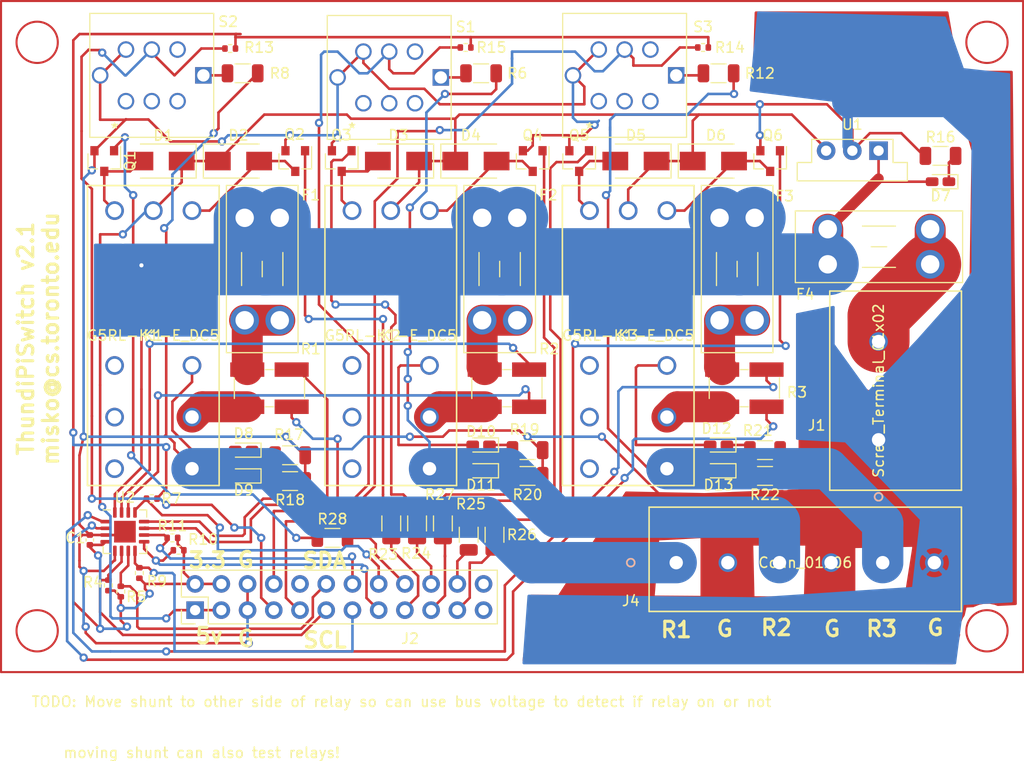
<source format=kicad_pcb>
(kicad_pcb (version 20171130) (host pcbnew "(5.1.9-0-10_14)")
  (layers (0 F.Cu signal) (31 B.Cu signal) (34 B.Paste user) (35 F.Paste user) (36 B.SilkS user) (37 F.SilkS user) (38 B.Mask user) (39 F.Mask user) (44 Edge.Cuts user))
  (net 0 "")
  (net 1 "Net-(D1-Pad2)")
  (net 2 +5V)
  (net 3 "Net-(D2-Pad2)")
  (net 4 "Net-(D3-Pad2)")
  (net 5 "Net-(D4-Pad2)")
  (net 6 "Net-(D5-Pad2)")
  (net 7 "Net-(D6-Pad2)")
  (net 8 +12V)
  (net 9 "Net-(D7-Pad1)")
  (net 10 /Relay1_NC)
  (net 11 "Net-(D8-Pad1)")
  (net 12 "Net-(D9-Pad1)")
  (net 13 /Relay2_NC)
  (net 14 "Net-(D10-Pad1)")
  (net 15 "Net-(D11-Pad1)")
  (net 16 /Relay3_NC)
  (net 17 "Net-(D12-Pad1)")
  (net 18 "Net-(D13-Pad1)")
  (net 19 /Relay1_C)
  (net 20 /Relay2_C)
  (net 21 /Relay3_C)
  (net 22 "Net-(F4-Pad1)")
  (net 23 GND)
  (net 24 /Relay3_RESET)
  (net 25 /Relay3_SET)
  (net 26 /Relay2_RESET)
  (net 27 /Relay2_SET)
  (net 28 /Relay1_RESET)
  (net 29 /Relay1_SET)
  (net 30 /INA3221_TC)
  (net 31 /INA3221_CRITICAL)
  (net 32 /INA3221_PV)
  (net 33 /INA3221_WARNING)
  (net 34 /SDA)
  (net 35 /SCL)
  (net 36 +3V3)
  (net 37 /Relay3_NO)
  (net 38 /Relay2_NO)
  (net 39 /Relay1_NO)
  (net 40 /Button3)
  (net 41 /Button2)
  (net 42 /Button1)
  (net 43 "Net-(K1-Pad2)")
  (net 44 "Net-(K1-Pad3)")
  (net 45 "Net-(K1-Pad4)")
  (net 46 "Net-(K2-Pad2)")
  (net 47 "Net-(K2-Pad3)")
  (net 48 "Net-(K2-Pad4)")
  (net 49 "Net-(K3-Pad2)")
  (net 50 "Net-(K3-Pad3)")
  (net 51 "Net-(K3-Pad4)")
  (net 52 "Net-(R1-Pad2)")
  (net 53 "Net-(R1-Pad3)")
  (net 54 "Net-(R2-Pad2)")
  (net 55 "Net-(R2-Pad3)")
  (net 56 "Net-(R3-Pad2)")
  (net 57 "Net-(R3-Pad3)")
  (net 58 "Net-(R6-Pad2)")
  (net 59 "Net-(R8-Pad2)")
  (net 60 "Net-(R12-Pad2)")
  (net 61 "Net-(S1-Pad1)")
  (net 62 "Net-(S2-Pad1)")
  (net 63 "Net-(S3-Pad1)")
  (net 64 "Net-(J2-Pad10)")
  (net 65 "Net-(F1-Pad2)")
  (net 66 "Net-(F2-Pad2)")
  (net 67 "Net-(F3-Pad2)")
  (net 68 "Net-(S1-Pad4)")
  (net 69 "Net-(S2-Pad4)")
  (net 70 "Net-(S3-Pad4)")
  (net 71 "Net-(J2-Pad24)")
  (net 72 "Net-(J2-Pad23)")
  (net 73 "Net-(J2-Pad22)")
  (net 74 "Net-(J2-Pad21)")
  (net 75 "Net-(J2-Pad20)")
  (net 76 "Net-(J2-Pad19)")
  (net 77 "Net-(J2-Pad18)")
  (net 78 "Net-(J2-Pad17)")
  (net 79 "Net-(S1-Pad5)")
  (net 80 "Net-(S1-Pad6)")
  (net 81 "Net-(S2-Pad5)")
  (net 82 "Net-(S2-Pad6)")
  (net 83 "Net-(S3-Pad5)")
  (net 84 "Net-(S3-Pad6)")
  (module Resistor_SMD:R_1206_3216Metric (layer F.Cu) (at 142.1 107)
    (fp_text reference R28 (at 0 -1.82) (layer F.SilkS))
    (fp_text value 866ohm)
    (pad 2 smd roundrect (at 1.4625 0) (size 1.125 1.75) (layers F.Cu F.Paste F.Mask) (roundrect_rratio 0.2222213333333333) (net 77 "Net-(J2-Pad18)"))
    (pad 1 smd roundrect (at -1.4625 0) (size 1.125 1.75) (layers F.Cu F.Paste F.Mask) (roundrect_rratio 0.2222213333333333) (net 28 /Relay1_RESET))
  )
  (module Resistor_SMD:R_1206_3216Metric (layer F.Cu) (at 150.3 105.6 270)
    (fp_text reference R27 (at -2.8 -2.2) (layer F.SilkS))
    (fp_text value 866ohm)
    (pad 2 smd roundrect (at 1.4625 0 270) (size 1.125 1.75) (layers F.Cu F.Paste F.Mask) (roundrect_rratio 0.2222213333333333) (net 75 "Net-(J2-Pad20)"))
    (pad 1 smd roundrect (at -1.4625 0 270) (size 1.125 1.75) (layers F.Cu F.Paste F.Mask) (roundrect_rratio 0.2222213333333333) (net 26 /Relay2_RESET))
  )
  (module Resistor_SMD:R_1206_3216Metric (layer F.Cu) (at 155.3 106.7 270)
    (fp_text reference R26 (at 0 -5.15) (layer F.SilkS))
    (fp_text value 866ohm)
    (pad 2 smd roundrect (at 1.4625 0 270) (size 1.125 1.75) (layers F.Cu F.Paste F.Mask) (roundrect_rratio 0.2222213333333333) (net 73 "Net-(J2-Pad22)"))
    (pad 1 smd roundrect (at -1.4625 0 270) (size 1.125 1.75) (layers F.Cu F.Paste F.Mask) (roundrect_rratio 0.2222213333333333) (net 24 /Relay3_RESET))
  )
  (module Resistor_SMD:R_1206_3216Metric (layer F.Cu) (at 157.8 106.7 90)
    (fp_text reference R25 (at 2.97 -2.29 180) (layer F.SilkS))
    (fp_text value 866ohm)
    (pad 2 smd roundrect (at 1.4625 0 90) (size 1.125 1.75) (layers F.Cu F.Paste F.Mask) (roundrect_rratio 0.2222213333333333) (net 25 /Relay3_SET))
    (pad 1 smd roundrect (at -1.4625 0 90) (size 1.125 1.75) (layers F.Cu F.Paste F.Mask) (roundrect_rratio 0.2222213333333333) (net 74 "Net-(J2-Pad21)"))
  )
  (module Resistor_SMD:R_1206_3216Metric (layer F.Cu) (at 152.8 105.6 90)
    (fp_text reference R24 (at -2.9 -2.6 180) (layer F.SilkS))
    (fp_text value 866ohm)
    (pad 2 smd roundrect (at 1.4625 0 90) (size 1.125 1.75) (layers F.Cu F.Paste F.Mask) (roundrect_rratio 0.2222213333333333) (net 27 /Relay2_SET))
    (pad 1 smd roundrect (at -1.4625 0 90) (size 1.125 1.75) (layers F.Cu F.Paste F.Mask) (roundrect_rratio 0.2222213333333333) (net 76 "Net-(J2-Pad19)"))
  )
  (module Resistor_SMD:R_1206_3216Metric (layer F.Cu) (at 147.8 105.6 90)
    (fp_text reference R23 (at -3 -0.8 180) (layer F.SilkS))
    (fp_text value 866ohm)
    (pad 2 smd roundrect (at 1.4625 0 90) (size 1.125 1.75) (layers F.Cu F.Paste F.Mask) (roundrect_rratio 0.2222213333333333) (net 29 /Relay1_SET))
    (pad 1 smd roundrect (at -1.4625 0 90) (size 1.125 1.75) (layers F.Cu F.Paste F.Mask) (roundrect_rratio 0.2222213333333333) (net 78 "Net-(J2-Pad17)"))
  )
  (module 282836-2:LP4-eswitch (layer F.Cu) (at 124.6 62.2)
    (fp_text reference S2 (at 7.4 -5.2) (layer F.SilkS))
    (fp_text value LP4OA1PBBTR‎)
    (pad 1 thru_hole circle (at 2.5 -2.5) (size 1.6 1.6) (drill 1.2) (layers *.Cu *.Mask) (net 62 "Net-(S2-Pad1)"))
    (pad 2 thru_hole circle (at 0 -2.5) (size 1.6 1.6) (drill 1.2) (layers *.Cu *.Mask) (net 42 /Button1))
    (pad 3 thru_hole circle (at -2.5 -2.5) (size 1.6 1.6) (drill 1.2) (layers *.Cu *.Mask) (net 23 GND))
    (pad 4 thru_hole circle (at 2.5 2.5) (size 1.6 1.6) (drill 1.2) (layers *.Cu *.Mask) (net 69 "Net-(S2-Pad4)"))
    (pad 5 thru_hole circle (at 0 2.5) (size 1.6 1.6) (drill 1.2) (layers *.Cu *.Mask) (net 81 "Net-(S2-Pad5)"))
    (pad 6 thru_hole circle (at -2.5 2.5) (size 1.6 1.6) (drill 1.2) (layers *.Cu *.Mask) (net 82 "Net-(S2-Pad6)"))
    (pad L1 thru_hole rect (at 5 0) (size 1.6 1.6) (drill 1.2) (layers *.Cu *.Mask) (net 59 "Net-(R8-Pad2)"))
    (pad L2 thru_hole circle (at -5 0) (size 1.6 1.6) (drill 1.2) (layers *.Cu *.Mask) (net 23 GND))
  )
  (module 282836-2:LP4-eswitch (layer F.Cu) (at 147.6 62.4)
    (fp_text reference S1 (at 7.4 -4.9) (layer F.SilkS))
    (fp_text value LP4OA1PBBTR‎)
    (pad 1 thru_hole circle (at 2.5 -2.5) (size 1.6 1.6) (drill 1.2) (layers *.Cu *.Mask) (net 61 "Net-(S1-Pad1)"))
    (pad 2 thru_hole circle (at 0 -2.5) (size 1.6 1.6) (drill 1.2) (layers *.Cu *.Mask) (net 41 /Button2))
    (pad 3 thru_hole circle (at -2.5 -2.5) (size 1.6 1.6) (drill 1.2) (layers *.Cu *.Mask) (net 23 GND))
    (pad 4 thru_hole circle (at 2.5 2.5) (size 1.6 1.6) (drill 1.2) (layers *.Cu *.Mask) (net 68 "Net-(S1-Pad4)"))
    (pad 5 thru_hole circle (at 0 2.5) (size 1.6 1.6) (drill 1.2) (layers *.Cu *.Mask) (net 79 "Net-(S1-Pad5)"))
    (pad 6 thru_hole circle (at -2.5 2.5) (size 1.6 1.6) (drill 1.2) (layers *.Cu *.Mask) (net 80 "Net-(S1-Pad6)"))
    (pad L1 thru_hole rect (at 5 0) (size 1.6 1.6) (drill 1.2) (layers *.Cu *.Mask) (net 58 "Net-(R6-Pad2)"))
    (pad L2 thru_hole circle (at -5 0) (size 1.6 1.6) (drill 1.2) (layers *.Cu *.Mask) (net 23 GND))
  )
  (module 282836-2:LP4-eswitch (layer F.Cu) (at 170.4 62.2)
    (fp_text reference S3 (at 7.6 -4.7) (layer F.SilkS))
    (fp_text value LP4OA1PBBTR‎)
    (pad 1 thru_hole circle (at 2.5 -2.5) (size 1.6 1.6) (drill 1.2) (layers *.Cu *.Mask) (net 63 "Net-(S3-Pad1)"))
    (pad 2 thru_hole circle (at 0 -2.5) (size 1.6 1.6) (drill 1.2) (layers *.Cu *.Mask) (net 40 /Button3))
    (pad 3 thru_hole circle (at -2.5 -2.5) (size 1.6 1.6) (drill 1.2) (layers *.Cu *.Mask) (net 23 GND))
    (pad 4 thru_hole circle (at 2.5 2.5) (size 1.6 1.6) (drill 1.2) (layers *.Cu *.Mask) (net 70 "Net-(S3-Pad4)"))
    (pad 5 thru_hole circle (at 0 2.5) (size 1.6 1.6) (drill 1.2) (layers *.Cu *.Mask) (net 83 "Net-(S3-Pad5)"))
    (pad 6 thru_hole circle (at -2.5 2.5) (size 1.6 1.6) (drill 1.2) (layers *.Cu *.Mask) (net 84 "Net-(S3-Pad6)"))
    (pad L1 thru_hole rect (at 5 0) (size 1.6 1.6) (drill 1.2) (layers *.Cu *.Mask) (net 60 "Net-(R12-Pad2)"))
    (pad L2 thru_hole circle (at -5 0) (size 1.6 1.6) (drill 1.2) (layers *.Cu *.Mask) (net 23 GND))
  )
  (module Connector_PinHeader_2.54mm:PinHeader_2x12_P2.54mm_Vertical (layer F.Cu) (at 128.8 114 90)
    (fp_text reference J2 (at -2.76 20.82 180) (layer F.SilkS))
    (fp_text value Conn_02x11_Odd_Even)
    (pad 24 thru_hole oval (at 2.54 27.94 90) (size 1.7 1.7) (drill 1) (layers *.Cu *.Mask) (net 71 "Net-(J2-Pad24)"))
    (pad 23 thru_hole oval (at 0 27.94 90) (size 1.7 1.7) (drill 1) (layers *.Cu *.Mask) (net 72 "Net-(J2-Pad23)"))
    (pad 22 thru_hole oval (at 2.54 25.4 90) (size 1.7 1.7) (drill 1) (layers *.Cu *.Mask) (net 73 "Net-(J2-Pad22)"))
    (pad 21 thru_hole oval (at 0 25.4 90) (size 1.7 1.7) (drill 1) (layers *.Cu *.Mask) (net 74 "Net-(J2-Pad21)"))
    (pad 20 thru_hole oval (at 2.54 22.86 90) (size 1.7 1.7) (drill 1) (layers *.Cu *.Mask) (net 75 "Net-(J2-Pad20)"))
    (pad 19 thru_hole oval (at 0 22.86 90) (size 1.7 1.7) (drill 1) (layers *.Cu *.Mask) (net 76 "Net-(J2-Pad19)"))
    (pad 18 thru_hole oval (at 2.54 20.32 90) (size 1.7 1.7) (drill 1) (layers *.Cu *.Mask) (net 77 "Net-(J2-Pad18)"))
    (pad 17 thru_hole oval (at 0 20.32 90) (size 1.7 1.7) (drill 1) (layers *.Cu *.Mask) (net 78 "Net-(J2-Pad17)"))
    (pad 16 thru_hole oval (at 2.54 17.78 90) (size 1.7 1.7) (drill 1) (layers *.Cu *.Mask) (net 30 /INA3221_TC))
    (pad 15 thru_hole oval (at 0 17.78 90) (size 1.7 1.7) (drill 1) (layers *.Cu *.Mask) (net 31 /INA3221_CRITICAL))
    (pad 14 thru_hole oval (at 2.54 15.24 90) (size 1.7 1.7) (drill 1) (layers *.Cu *.Mask) (net 32 /INA3221_PV))
    (pad 13 thru_hole oval (at 0 15.24 90) (size 1.7 1.7) (drill 1) (layers *.Cu *.Mask) (net 33 /INA3221_WARNING))
    (pad 12 thru_hole oval (at 2.54 12.7 90) (size 1.7 1.7) (drill 1) (layers *.Cu *.Mask) (net 34 /SDA))
    (pad 11 thru_hole oval (at 0 12.7 90) (size 1.7 1.7) (drill 1) (layers *.Cu *.Mask) (net 35 /SCL))
    (pad 10 thru_hole oval (at 2.54 10.16 90) (size 1.7 1.7) (drill 1) (layers *.Cu *.Mask) (net 64 "Net-(J2-Pad10)"))
    (pad 9 thru_hole oval (at 0 10.16 90) (size 1.7 1.7) (drill 1) (layers *.Cu *.Mask) (net 40 /Button3))
    (pad 8 thru_hole oval (at 2.54 7.62 90) (size 1.7 1.7) (drill 1) (layers *.Cu *.Mask) (net 41 /Button2))
    (pad 7 thru_hole oval (at 0 7.62 90) (size 1.7 1.7) (drill 1) (layers *.Cu *.Mask) (net 42 /Button1))
    (pad 6 thru_hole oval (at 2.54 5.08 90) (size 1.7 1.7) (drill 1) (layers *.Cu *.Mask) (net 23 GND))
    (pad 5 thru_hole oval (at 0 5.08 90) (size 1.7 1.7) (drill 1) (layers *.Cu *.Mask) (net 23 GND))
    (pad 4 thru_hole oval (at 2.54 2.54 90) (size 1.7 1.7) (drill 1) (layers *.Cu *.Mask) (net 36 +3V3))
    (pad 3 thru_hole oval (at 0 2.54 90) (size 1.7 1.7) (drill 1) (layers *.Cu *.Mask) (net 2 +5V))
    (pad 2 thru_hole oval (at 2.54 0 90) (size 1.7 1.7) (drill 1) (layers *.Cu *.Mask) (net 36 +3V3))
    (pad 1 thru_hole rect (at 0 0 90) (size 1.7 1.7) (drill 1) (layers *.Cu *.Mask) (net 2 +5V))
  )
  (module Resistor_SMD:R_Shunt_Ohmite_LVK25 (layer F.Cu) (at 182 92.5 270)
    (fp_text reference R3 (at 0.4 -5.1) (layer F.SilkS))
    (fp_text value R_Shunt)
    (pad 4 smd rect (at 1.8 2.15 270) (size 1.4 3.3) (layers F.Cu F.Paste F.Mask) (net 21 /Relay3_C))
    (pad 1 smd rect (at -1.8 2.15 270) (size 1.4 3.3) (layers F.Cu F.Paste F.Mask) (net 67 "Net-(F3-Pad2)"))
    (pad 3 smd rect (at 1.8 -2.15 270) (size 1.4 3.3) (layers F.Cu F.Paste F.Mask) (net 57 "Net-(R3-Pad3)"))
    (pad 2 smd rect (at -1.8 -2.15 270) (size 1.4 3.3) (layers F.Cu F.Paste F.Mask) (net 56 "Net-(R3-Pad2)"))
  )
  (module Resistor_SMD:R_Shunt_Ohmite_LVK25 (layer F.Cu) (at 159 92.5 270)
    (fp_text reference R2 (at -3.8 -4.1) (layer F.SilkS))
    (fp_text value R_Shunt)
    (pad 4 smd rect (at 1.8 2.15 270) (size 1.4 3.3) (layers F.Cu F.Paste F.Mask) (net 20 /Relay2_C))
    (pad 1 smd rect (at -1.8 2.15 270) (size 1.4 3.3) (layers F.Cu F.Paste F.Mask) (net 66 "Net-(F2-Pad2)"))
    (pad 3 smd rect (at 1.8 -2.15 270) (size 1.4 3.3) (layers F.Cu F.Paste F.Mask) (net 55 "Net-(R2-Pad3)"))
    (pad 2 smd rect (at -1.8 -2.15 270) (size 1.4 3.3) (layers F.Cu F.Paste F.Mask) (net 54 "Net-(R2-Pad2)"))
  )
  (module Resistor_SMD:R_Shunt_Ohmite_LVK25 (layer F.Cu) (at 136 92.5 270)
    (fp_text reference R1 (at -3.8 -4) (layer F.SilkS))
    (fp_text value R_Shunt)
    (pad 4 smd rect (at 1.8 2.15 270) (size 1.4 3.3) (layers F.Cu F.Paste F.Mask) (net 19 /Relay1_C))
    (pad 1 smd rect (at -1.8 2.15 270) (size 1.4 3.3) (layers F.Cu F.Paste F.Mask) (net 65 "Net-(F1-Pad2)"))
    (pad 3 smd rect (at 1.8 -2.15 270) (size 1.4 3.3) (layers F.Cu F.Paste F.Mask) (net 53 "Net-(R1-Pad3)"))
    (pad 2 smd rect (at -1.8 -2.15 270) (size 1.4 3.3) (layers F.Cu F.Paste F.Mask) (net 52 "Net-(R1-Pad2)"))
  )
  (module Capacitor_SMD:C_0402_1005Metric (layer F.Cu) (at 118.6 107.2 270)
    (fp_text reference C1 (at -0.2 1.4) (layer F.SilkS))
    (fp_text value 0.1uf)
    (pad 2 smd roundrect (at 0.48 0 270) (size 0.56 0.62) (layers F.Cu F.Paste F.Mask) (net 36 +3V3))
    (pad 1 smd roundrect (at -0.48 0 270) (size 0.56 0.62) (layers F.Cu F.Paste F.Mask) (net 23 GND))
  )
  (module Package_DFN_QFN:Texas_RGV_S-PVQFN-N16_EP2.1x2.1mm (layer F.Cu) (at 122 106.4)
    (fp_text reference U2 (at 0 -3.32) (layer F.SilkS))
    (fp_text value INA3221)
    (pad 17 smd rect (at 0 0) (size 2.1 2.1) (layers F.Cu F.Mask) (net 23 GND))
    (pad 16 smd roundrect (at -0.975 -1.8625) (size 0.35 1.025) (layers F.Cu F.Paste F.Mask) (net 8 +12V))
    (pad 15 smd roundrect (at -0.325 -1.8625) (size 0.35 1.025) (layers F.Cu F.Paste F.Mask) (net 54 "Net-(R2-Pad2)"))
    (pad 14 smd roundrect (at 0.325 -1.8625) (size 0.35 1.025) (layers F.Cu F.Paste F.Mask) (net 55 "Net-(R2-Pad3)"))
    (pad 13 smd roundrect (at 0.975 -1.8625) (size 0.35 1.025) (layers F.Cu F.Paste F.Mask) (net 30 /INA3221_TC))
    (pad 12 smd roundrect (at 1.8625 -0.975) (size 1.025 0.35) (layers F.Cu F.Paste F.Mask) (net 52 "Net-(R1-Pad2)"))
    (pad 11 smd roundrect (at 1.8625 -0.325) (size 1.025 0.35) (layers F.Cu F.Paste F.Mask) (net 53 "Net-(R1-Pad3)"))
    (pad 10 smd roundrect (at 1.8625 0.325) (size 1.025 0.35) (layers F.Cu F.Paste F.Mask) (net 32 /INA3221_PV))
    (pad 9 smd roundrect (at 1.8625 0.975) (size 1.025 0.35) (layers F.Cu F.Paste F.Mask) (net 31 /INA3221_CRITICAL))
    (pad 8 smd roundrect (at 0.975 1.8625) (size 0.35 1.025) (layers F.Cu F.Paste F.Mask) (net 33 /INA3221_WARNING))
    (pad 7 smd roundrect (at 0.325 1.8625) (size 0.35 1.025) (layers F.Cu F.Paste F.Mask) (net 34 /SDA))
    (pad 6 smd roundrect (at -0.325 1.8625) (size 0.35 1.025) (layers F.Cu F.Paste F.Mask) (net 35 /SCL))
    (pad 5 smd roundrect (at -0.975 1.8625) (size 0.35 1.025) (layers F.Cu F.Paste F.Mask) (net 23 GND))
    (pad 4 smd roundrect (at -1.8625 0.975) (size 1.025 0.35) (layers F.Cu F.Paste F.Mask) (net 36 +3V3))
    (pad 3 smd roundrect (at -1.8625 0.325) (size 1.025 0.35) (layers F.Cu F.Paste F.Mask) (net 23 GND))
    (pad 2 smd roundrect (at -1.8625 -0.325) (size 1.025 0.35) (layers F.Cu F.Paste F.Mask) (net 56 "Net-(R3-Pad2)"))
    (pad 1 smd roundrect (at -1.8625 -0.975) (size 1.025 0.35) (layers F.Cu F.Paste F.Mask) (net 57 "Net-(R3-Pad3)"))
  )
  (module Converter_DCDC:Converter_DCDC_muRata_OKI-78SR_Vertical (layer F.Cu) (at 195 69.5 180)
    (fp_text reference U1 (at 2.54 2.54) (layer F.SilkS))
    (fp_text value OKI-78SR-5_1.5-W36-C)
    (pad 1 thru_hole rect (at 0 0 180) (size 1.8 1.8) (drill 1) (layers *.Cu *.Mask) (net 8 +12V))
    (pad 2 thru_hole circle (at 2.54 0 180) (size 1.8 1.8) (drill 1) (layers *.Cu *.Mask) (net 23 GND))
    (pad 3 thru_hole circle (at 5.08 0 180) (size 1.8 1.8) (drill 1) (layers *.Cu *.Mask) (net 2 +5V))
  )
  (module Resistor_SMD:R_1206_3216Metric (layer F.Cu) (at 184 101 180)
    (fp_text reference R22 (at 0 -1.82 180) (layer F.SilkS))
    (fp_text value 1650ohm)
    (pad 2 smd roundrect (at 1.4625 0 180) (size 1.125 1.75) (layers F.Cu F.Paste F.Mask) (roundrect_rratio 0.2222213333333333) (net 18 "Net-(D13-Pad1)"))
    (pad 1 smd roundrect (at -1.4625 0 180) (size 1.125 1.75) (layers F.Cu F.Paste F.Mask) (roundrect_rratio 0.2222213333333333) (net 23 GND))
  )
  (module Resistor_SMD:R_1206_3216Metric (layer F.Cu) (at 184 98.5 180)
    (fp_text reference R21 (at 0.7 1.9 180) (layer F.SilkS))
    (fp_text value 866ohm)
    (pad 2 smd roundrect (at 1.4625 0 180) (size 1.125 1.75) (layers F.Cu F.Paste F.Mask) (roundrect_rratio 0.2222213333333333) (net 17 "Net-(D12-Pad1)"))
    (pad 1 smd roundrect (at -1.4625 0 180) (size 1.125 1.75) (layers F.Cu F.Paste F.Mask) (roundrect_rratio 0.2222213333333333) (net 23 GND))
  )
  (module Resistor_SMD:R_1206_3216Metric (layer F.Cu) (at 161 101 180)
    (fp_text reference R20 (at 0 -1.82 180) (layer F.SilkS))
    (fp_text value 1650ohm)
    (pad 2 smd roundrect (at 1.4625 0 180) (size 1.125 1.75) (layers F.Cu F.Paste F.Mask) (roundrect_rratio 0.2222213333333333) (net 15 "Net-(D11-Pad1)"))
    (pad 1 smd roundrect (at -1.4625 0 180) (size 1.125 1.75) (layers F.Cu F.Paste F.Mask) (roundrect_rratio 0.2222213333333333) (net 23 GND))
  )
  (module Resistor_SMD:R_1206_3216Metric (layer F.Cu) (at 161 98.5 180)
    (fp_text reference R19 (at 0.3 2 180) (layer F.SilkS))
    (fp_text value 866ohm)
    (pad 2 smd roundrect (at 1.4625 0 180) (size 1.125 1.75) (layers F.Cu F.Paste F.Mask) (roundrect_rratio 0.2222213333333333) (net 14 "Net-(D10-Pad1)"))
    (pad 1 smd roundrect (at -1.4625 0 180) (size 1.125 1.75) (layers F.Cu F.Paste F.Mask) (roundrect_rratio 0.2222213333333333) (net 23 GND))
  )
  (module Resistor_SMD:R_1206_3216Metric (layer F.Cu) (at 138 101.5 180)
    (fp_text reference R18 (at 0 -1.82 180) (layer F.SilkS))
    (fp_text value 1650ohm)
    (pad 2 smd roundrect (at 1.4625 0 180) (size 1.125 1.75) (layers F.Cu F.Paste F.Mask) (roundrect_rratio 0.2222213333333333) (net 12 "Net-(D9-Pad1)"))
    (pad 1 smd roundrect (at -1.4625 0 180) (size 1.125 1.75) (layers F.Cu F.Paste F.Mask) (roundrect_rratio 0.2222213333333333) (net 23 GND))
  )
  (module Resistor_SMD:R_1206_3216Metric (layer F.Cu) (at 138 99 180)
    (fp_text reference R17 (at 0.1 2 180) (layer F.SilkS))
    (fp_text value 866ohm)
    (pad 2 smd roundrect (at 1.4625 0 180) (size 1.125 1.75) (layers F.Cu F.Paste F.Mask) (roundrect_rratio 0.2222213333333333) (net 11 "Net-(D8-Pad1)"))
    (pad 1 smd roundrect (at -1.4625 0 180) (size 1.125 1.75) (layers F.Cu F.Paste F.Mask) (roundrect_rratio 0.2222213333333333) (net 23 GND))
  )
  (module Resistor_SMD:R_1206_3216Metric (layer F.Cu) (at 201 70)
    (fp_text reference R16 (at 0 -1.82) (layer F.SilkS))
    (fp_text value 1650ohm)
    (pad 2 smd roundrect (at 1.4625 0) (size 1.125 1.75) (layers F.Cu F.Paste F.Mask) (roundrect_rratio 0.2222213333333333) (net 9 "Net-(D7-Pad1)"))
    (pad 1 smd roundrect (at -1.4625 0) (size 1.125 1.75) (layers F.Cu F.Paste F.Mask) (roundrect_rratio 0.2222213333333333) (net 23 GND))
  )
  (module Resistor_SMD:R_0402_1005Metric (layer F.Cu) (at 155 59.5 180)
    (fp_text reference R15 (at -2.5 0 180) (layer F.SilkS))
    (fp_text value 10kohm)
    (pad 2 smd roundrect (at 0.51 0 180) (size 0.54 0.64) (layers F.Cu F.Paste F.Mask) (net 41 /Button2))
    (pad 1 smd roundrect (at -0.51 0 180) (size 0.54 0.64) (layers F.Cu F.Paste F.Mask) (net 36 +3V3))
  )
  (module Resistor_SMD:R_0402_1005Metric (layer F.Cu) (at 178 59.5 180)
    (fp_text reference R14 (at -2.6 0 180) (layer F.SilkS))
    (fp_text value 10kohm)
    (pad 2 smd roundrect (at 0.51 0 180) (size 0.54 0.64) (layers F.Cu F.Paste F.Mask) (net 40 /Button3))
    (pad 1 smd roundrect (at -0.51 0 180) (size 0.54 0.64) (layers F.Cu F.Paste F.Mask) (net 36 +3V3))
  )
  (module Resistor_SMD:R_0402_1005Metric (layer F.Cu) (at 132.2 59.6 180)
    (fp_text reference R13 (at -2.8 0.1 180) (layer F.SilkS))
    (fp_text value 10kohm)
    (pad 2 smd roundrect (at 0.51 0 180) (size 0.54 0.64) (layers F.Cu F.Paste F.Mask) (net 42 /Button1))
    (pad 1 smd roundrect (at -0.51 0 180) (size 0.54 0.64) (layers F.Cu F.Paste F.Mask) (net 36 +3V3))
  )
  (module Resistor_SMD:R_1206_3216Metric (layer F.Cu) (at 179.5 62 180)
    (fp_text reference R12 (at -4 0 180) (layer F.SilkS))
    (fp_text value 866ohm)
    (pad 2 smd roundrect (at 1.4625 0 180) (size 1.125 1.75) (layers F.Cu F.Paste F.Mask) (roundrect_rratio 0.2222213333333333) (net 60 "Net-(R12-Pad2)"))
    (pad 1 smd roundrect (at -1.4625 0 180) (size 1.125 1.75) (layers F.Cu F.Paste F.Mask) (roundrect_rratio 0.2222213333333333) (net 37 /Relay3_NO))
  )
  (module Resistor_SMD:R_0402_1005Metric (layer F.Cu) (at 126.6 107)
    (fp_text reference R11 (at 0 -1.17) (layer F.SilkS))
    (fp_text value 10kohm)
    (pad 2 smd roundrect (at 0.51 0) (size 0.54 0.64) (layers F.Cu F.Paste F.Mask) (net 36 +3V3))
    (pad 1 smd roundrect (at -0.51 0) (size 0.54 0.64) (layers F.Cu F.Paste F.Mask) (net 32 /INA3221_PV))
  )
  (module Resistor_SMD:R_0402_1005Metric (layer F.Cu) (at 127.2 108.2)
    (fp_text reference R10 (at 2.37 -1.05) (layer F.SilkS))
    (fp_text value 10kohm)
    (pad 2 smd roundrect (at 0.51 0) (size 0.54 0.64) (layers F.Cu F.Paste F.Mask) (net 36 +3V3))
    (pad 1 smd roundrect (at -0.51 0) (size 0.54 0.64) (layers F.Cu F.Paste F.Mask) (net 31 /INA3221_CRITICAL))
  )
  (module Resistor_SMD:R_0402_1005Metric (layer F.Cu) (at 123.4 110.4 270)
    (fp_text reference R9 (at 0.8 -1.7) (layer F.SilkS))
    (fp_text value 10kohm)
    (pad 2 smd roundrect (at 0.51 0 270) (size 0.54 0.64) (layers F.Cu F.Paste F.Mask) (net 36 +3V3))
    (pad 1 smd roundrect (at -0.51 0 270) (size 0.54 0.64) (layers F.Cu F.Paste F.Mask) (net 33 /INA3221_WARNING))
  )
  (module Resistor_SMD:R_1206_3216Metric (layer F.Cu) (at 133.4 62 180)
    (fp_text reference R8 (at -3.6 0 180) (layer F.SilkS))
    (fp_text value 866ohm)
    (pad 2 smd roundrect (at 1.4625 0 180) (size 1.125 1.75) (layers F.Cu F.Paste F.Mask) (roundrect_rratio 0.2222213333333333) (net 59 "Net-(R8-Pad2)"))
    (pad 1 smd roundrect (at -1.4625 0 180) (size 1.125 1.75) (layers F.Cu F.Paste F.Mask) (roundrect_rratio 0.2222213333333333) (net 39 /Relay1_NO))
  )
  (module Resistor_SMD:R_0402_1005Metric (layer F.Cu) (at 124.6 103.2)
    (fp_text reference R7 (at 1.9 0) (layer F.SilkS))
    (fp_text value 10kohm)
    (pad 2 smd roundrect (at 0.51 0) (size 0.54 0.64) (layers F.Cu F.Paste F.Mask) (net 36 +3V3))
    (pad 1 smd roundrect (at -0.51 0) (size 0.54 0.64) (layers F.Cu F.Paste F.Mask) (net 30 /INA3221_TC))
  )
  (module Resistor_SMD:R_1206_3216Metric (layer F.Cu) (at 156.5 62 180)
    (fp_text reference R6 (at -3.5 0 180) (layer F.SilkS))
    (fp_text value 866ohm)
    (pad 2 smd roundrect (at 1.4625 0 180) (size 1.125 1.75) (layers F.Cu F.Paste F.Mask) (roundrect_rratio 0.2222213333333333) (net 58 "Net-(R6-Pad2)"))
    (pad 1 smd roundrect (at -1.4625 0 180) (size 1.125 1.75) (layers F.Cu F.Paste F.Mask) (roundrect_rratio 0.2222213333333333) (net 38 /Relay2_NO))
  )
  (module Resistor_SMD:R_0402_1005Metric (layer F.Cu) (at 121.6 112.2 270)
    (fp_text reference R5 (at 0.5 -1.5) (layer F.SilkS))
    (fp_text value 10kohm)
    (pad 2 smd roundrect (at 0.51 0 270) (size 0.54 0.64) (layers F.Cu F.Paste F.Mask) (net 36 +3V3))
    (pad 1 smd roundrect (at -0.51 0 270) (size 0.54 0.64) (layers F.Cu F.Paste F.Mask) (net 34 /SDA))
  )
  (module Resistor_SMD:R_0402_1005Metric (layer F.Cu) (at 120.4 111.6 270)
    (fp_text reference R4 (at -0.3 1.5) (layer F.SilkS))
    (fp_text value 10kohm)
    (pad 2 smd roundrect (at 0.51 0 270) (size 0.54 0.64) (layers F.Cu F.Paste F.Mask) (net 36 +3V3))
    (pad 1 smd roundrect (at -0.51 0 270) (size 0.54 0.64) (layers F.Cu F.Paste F.Mask) (net 35 /SCL))
  )
  (module Package_TO_SOT_SMD:SOT-23 (layer F.Cu) (at 184.5 70.5 270)
    (fp_text reference Q6 (at -2.5 -0.25) (layer F.SilkS))
    (fp_text value MMBT5551L)
    (pad 3 smd rect (at 1 0 270) (size 0.9 0.8) (layers F.Cu F.Paste F.Mask) (net 7 "Net-(D6-Pad2)"))
    (pad 2 smd rect (at -1 0.95 270) (size 0.9 0.8) (layers F.Cu F.Paste F.Mask) (net 23 GND))
    (pad 1 smd rect (at -1 -0.95 270) (size 0.9 0.8) (layers F.Cu F.Paste F.Mask) (net 25 /Relay3_SET))
  )
  (module Package_TO_SOT_SMD:SOT-23 (layer F.Cu) (at 166 70.5 270)
    (fp_text reference Q5 (at -2.5 0) (layer F.SilkS))
    (fp_text value MMBT5551L)
    (pad 3 smd rect (at 1 0 270) (size 0.9 0.8) (layers F.Cu F.Paste F.Mask) (net 6 "Net-(D5-Pad2)"))
    (pad 2 smd rect (at -1 0.95 270) (size 0.9 0.8) (layers F.Cu F.Paste F.Mask) (net 23 GND))
    (pad 1 smd rect (at -1 -0.95 270) (size 0.9 0.8) (layers F.Cu F.Paste F.Mask) (net 24 /Relay3_RESET))
  )
  (module Package_TO_SOT_SMD:SOT-23 (layer F.Cu) (at 161.5 70.5 270)
    (fp_text reference Q4 (at -2.5 0) (layer F.SilkS))
    (fp_text value MMBT5551L)
    (pad 3 smd rect (at 1 0 270) (size 0.9 0.8) (layers F.Cu F.Paste F.Mask) (net 5 "Net-(D4-Pad2)"))
    (pad 2 smd rect (at -1 0.95 270) (size 0.9 0.8) (layers F.Cu F.Paste F.Mask) (net 23 GND))
    (pad 1 smd rect (at -1 -0.95 270) (size 0.9 0.8) (layers F.Cu F.Paste F.Mask) (net 27 /Relay2_SET))
  )
  (module Package_TO_SOT_SMD:SOT-23 (layer F.Cu) (at 143 70.5 270)
    (fp_text reference Q3 (at -2.51 0.03) (layer F.SilkS))
    (fp_text value MMBT5551L)
    (pad 3 smd rect (at 1 0 270) (size 0.9 0.8) (layers F.Cu F.Paste F.Mask) (net 4 "Net-(D3-Pad2)"))
    (pad 2 smd rect (at -1 0.95 270) (size 0.9 0.8) (layers F.Cu F.Paste F.Mask) (net 23 GND))
    (pad 1 smd rect (at -1 -0.95 270) (size 0.9 0.8) (layers F.Cu F.Paste F.Mask) (net 26 /Relay2_RESET))
  )
  (module Package_TO_SOT_SMD:SOT-23 (layer F.Cu) (at 138.5 70.5 270)
    (fp_text reference Q2 (at -2.58 0.07) (layer F.SilkS))
    (fp_text value MMBT5551L)
    (pad 3 smd rect (at 1 0 270) (size 0.9 0.8) (layers F.Cu F.Paste F.Mask) (net 3 "Net-(D2-Pad2)"))
    (pad 2 smd rect (at -1 0.95 270) (size 0.9 0.8) (layers F.Cu F.Paste F.Mask) (net 23 GND))
    (pad 1 smd rect (at -1 -0.95 270) (size 0.9 0.8) (layers F.Cu F.Paste F.Mask) (net 29 /Relay1_SET))
  )
  (module Package_TO_SOT_SMD:SOT-23 (layer F.Cu) (at 120 70.5 270)
    (fp_text reference Q1 (at 0 -2.5 270) (layer F.SilkS))
    (fp_text value MMBT5551L)
    (pad 3 smd rect (at 1 0 270) (size 0.9 0.8) (layers F.Cu F.Paste F.Mask) (net 1 "Net-(D1-Pad2)"))
    (pad 2 smd rect (at -1 0.95 270) (size 0.9 0.8) (layers F.Cu F.Paste F.Mask) (net 23 GND))
    (pad 1 smd rect (at -1 -0.95 270) (size 0.9 0.8) (layers F.Cu F.Paste F.Mask) (net 28 /Relay1_RESET))
  )
  (module 282836-2:G5RL-K1-E-DC5 (layer F.Cu) (at 174.5 99.5)
    (fp_text reference K3 (at -3.75 -12.099996) (layer F.SilkS))
    (fp_text value G5RL-K1-E_DC5 (at -3.75 -12.099996) (layer F.SilkS))
    (fp_text user * (at -7.5 -32.133327) (layer F.SilkS))
    (fp_text user * (at -7.5 -32.133327) (layer F.SilkS))
    (pad 1 thru_hole circle (at -7.5 -24.199992) (size 1.808 1.808) (drill 1.3) (layers *.Cu *.Mask) (net 6 "Net-(D5-Pad2)"))
    (pad 2 thru_hole circle (at -7.5 -9.199992) (size 1.808 1.808) (drill 1.3) (layers *.Cu *.Mask) (net 49 "Net-(K3-Pad2)"))
    (pad 3 thru_hole circle (at -7.5 -4.199992) (size 1.808 1.808) (drill 1.3) (layers *.Cu *.Mask) (net 50 "Net-(K3-Pad3)"))
    (pad 4 thru_hole circle (at -7.5 0.800008) (size 1.808 1.808) (drill 1.3) (layers *.Cu *.Mask) (net 51 "Net-(K3-Pad4)"))
    (pad 5 thru_hole circle (at 0 0.800008) (size 1.808 1.808) (drill 1.3) (layers *.Cu *.Mask) (net 37 /Relay3_NO))
    (pad 6 thru_hole circle (at 0 -4.199992) (size 1.808 1.808) (drill 1.3) (layers *.Cu *.Mask) (net 21 /Relay3_C))
    (pad 7 thru_hole circle (at 0 -9.199992) (size 1.808 1.808) (drill 1.3) (layers *.Cu *.Mask) (net 16 /Relay3_NC))
    (pad 8 thru_hole circle (at 0 -24.199992) (size 1.808 1.808) (drill 1.3) (layers *.Cu *.Mask) (net 7 "Net-(D6-Pad2)"))
    (pad 9 thru_hole circle (at -3.75 -24.199992) (size 1.808 1.808) (drill 1.3) (layers *.Cu *.Mask) (net 2 +5V))
  )
  (module 282836-2:G5RL-K1-E-DC5 (layer F.Cu) (at 151.5 99.5)
    (fp_text reference K2 (at -3.75 -12.099996) (layer F.SilkS))
    (fp_text value G5RL-K1-E_DC5 (at -3.75 -12.099996) (layer F.SilkS))
    (fp_text user * (at -7.5 -32.133327) (layer F.SilkS))
    (fp_text user * (at -7.5 -32.133327) (layer F.SilkS))
    (pad 1 thru_hole circle (at -7.5 -24.199992) (size 1.808 1.808) (drill 1.3) (layers *.Cu *.Mask) (net 4 "Net-(D3-Pad2)"))
    (pad 2 thru_hole circle (at -7.5 -9.199992) (size 1.808 1.808) (drill 1.3) (layers *.Cu *.Mask) (net 46 "Net-(K2-Pad2)"))
    (pad 3 thru_hole circle (at -7.5 -4.199992) (size 1.808 1.808) (drill 1.3) (layers *.Cu *.Mask) (net 47 "Net-(K2-Pad3)"))
    (pad 4 thru_hole circle (at -7.5 0.800008) (size 1.808 1.808) (drill 1.3) (layers *.Cu *.Mask) (net 48 "Net-(K2-Pad4)"))
    (pad 5 thru_hole circle (at 0 0.800008) (size 1.808 1.808) (drill 1.3) (layers *.Cu *.Mask) (net 38 /Relay2_NO))
    (pad 6 thru_hole circle (at 0 -4.199992) (size 1.808 1.808) (drill 1.3) (layers *.Cu *.Mask) (net 20 /Relay2_C))
    (pad 7 thru_hole circle (at 0 -9.199992) (size 1.808 1.808) (drill 1.3) (layers *.Cu *.Mask) (net 13 /Relay2_NC))
    (pad 8 thru_hole circle (at 0 -24.199992) (size 1.808 1.808) (drill 1.3) (layers *.Cu *.Mask) (net 5 "Net-(D4-Pad2)"))
    (pad 9 thru_hole circle (at -3.75 -24.199992) (size 1.808 1.808) (drill 1.3) (layers *.Cu *.Mask) (net 2 +5V))
  )
  (module 282836-2:G5RL-K1-E-DC5 (layer F.Cu) (at 128.5 99.5)
    (fp_text reference K1 (at -3.75 -12.099996) (layer F.SilkS))
    (fp_text value G5RL-K1-E_DC5 (at -3.75 -12.099996) (layer F.SilkS))
    (fp_text user * (at -7.5 -32.133327) (layer F.SilkS))
    (fp_text user * (at -7.5 -32.133327) (layer F.SilkS))
    (pad 1 thru_hole circle (at -7.5 -24.199992) (size 1.808 1.808) (drill 1.3) (layers *.Cu *.Mask) (net 1 "Net-(D1-Pad2)"))
    (pad 2 thru_hole circle (at -7.5 -9.199992) (size 1.808 1.808) (drill 1.3) (layers *.Cu *.Mask) (net 43 "Net-(K1-Pad2)"))
    (pad 3 thru_hole circle (at -7.5 -4.199992) (size 1.808 1.808) (drill 1.3) (layers *.Cu *.Mask) (net 44 "Net-(K1-Pad3)"))
    (pad 4 thru_hole circle (at -7.5 0.800008) (size 1.808 1.808) (drill 1.3) (layers *.Cu *.Mask) (net 45 "Net-(K1-Pad4)"))
    (pad 5 thru_hole circle (at 0 0.800008) (size 1.808 1.808) (drill 1.3) (layers *.Cu *.Mask) (net 39 /Relay1_NO))
    (pad 6 thru_hole circle (at 0 -4.199992) (size 1.808 1.808) (drill 1.3) (layers *.Cu *.Mask) (net 19 /Relay1_C))
    (pad 7 thru_hole circle (at 0 -9.199992) (size 1.808 1.808) (drill 1.3) (layers *.Cu *.Mask) (net 10 /Relay1_NC))
    (pad 8 thru_hole circle (at 0 -24.199992) (size 1.808 1.808) (drill 1.3) (layers *.Cu *.Mask) (net 3 "Net-(D2-Pad2)"))
    (pad 9 thru_hole circle (at -3.75 -24.199992) (size 1.808 1.808) (drill 1.3) (layers *.Cu *.Mask) (net 2 +5V))
  )
  (module 282836-2:1715190 (layer F.Cu) (at 175.4 109.4)
    (fp_text reference J4 (at -4.4 3.7) (layer F.SilkS))
    (fp_text value Conn_01x06 (at 12.500001 0) (layer F.SilkS))
    (fp_text user * (at 0 0) (layer F.SilkS))
    (pad 1 thru_hole circle (at 0 0) (size 1.8034 1.8034) (drill 1.2954) (layers *.Cu *.Mask) (net 39 /Relay1_NO))
    (pad 2 thru_hole circle (at 5 0) (size 1.8034 1.8034) (drill 1.2954) (layers *.Cu *.Mask) (net 23 GND))
    (pad 3 thru_hole circle (at 10 0) (size 1.8034 1.8034) (drill 1.2954) (layers *.Cu *.Mask) (net 38 /Relay2_NO))
    (pad 4 thru_hole circle (at 15.000001 0) (size 1.8034 1.8034) (drill 1.2954) (layers *.Cu *.Mask) (net 23 GND))
    (pad 5 thru_hole circle (at 20.000001 0) (size 1.8034 1.8034) (drill 1.2954) (layers *.Cu *.Mask) (net 37 /Relay3_NO))
    (pad 6 thru_hole circle (at 25.000001 0) (size 1.8034 1.8034) (drill 1.2954) (layers *.Cu *.Mask) (net 23 GND))
  )
  (module footprints:1714971 (layer F.Cu) (at 195 97.5 90)
    (fp_text reference J1 (at 1.4 -6 180) (layer F.SilkS))
    (fp_text value Screw_Terminal_01x02 (at 4.760001 0 90) (layer F.SilkS))
    (fp_text user * (at 0 0 90) (layer F.SilkS))
    (pad 2 thru_hole circle (at 9.520001 0 90) (size 1.8034 1.8034) (drill 1.2954) (layers *.Cu *.Mask) (net 22 "Net-(F4-Pad1)"))
    (pad 1 thru_hole circle (at 0 0 90) (size 1.8034 1.8034) (drill 1.2954) (layers *.Cu *.Mask) (net 23 GND))
  )
  (module Fuse:Fuseholder_Blade_Mini_Keystone_3568 (layer F.Cu) (at 183 76 270)
    (fp_text reference F3 (at -2.1 -2.9) (layer F.SilkS))
    (fp_text value Fuse)
    (pad 2 thru_hole circle (at 9.92 3.4 270) (size 2.78 2.78) (drill 1.78) (layers *.Cu *.Mask) (net 67 "Net-(F3-Pad2)"))
    (pad 2 thru_hole circle (at 9.92 0 270) (size 2.78 2.78) (drill 1.78) (layers *.Cu *.Mask) (net 67 "Net-(F3-Pad2)"))
    (pad 1 thru_hole circle (at 0 3.4 270) (size 2.78 2.78) (drill 1.78) (layers *.Cu *.Mask) (net 8 +12V))
    (pad 1 thru_hole circle (at 0 0 270) (size 2.78 2.78) (drill 1.78) (layers *.Cu *.Mask) (net 8 +12V))
  )
  (module Fuse:Fuseholder_Blade_Mini_Keystone_3568 (layer F.Cu) (at 160 76 270)
    (fp_text reference F2 (at -2.2 -3 180) (layer F.SilkS))
    (fp_text value Fuse)
    (pad 2 thru_hole circle (at 9.92 3.4 270) (size 2.78 2.78) (drill 1.78) (layers *.Cu *.Mask) (net 66 "Net-(F2-Pad2)"))
    (pad 2 thru_hole circle (at 9.92 0 270) (size 2.78 2.78) (drill 1.78) (layers *.Cu *.Mask) (net 66 "Net-(F2-Pad2)"))
    (pad 1 thru_hole circle (at 0 3.4 270) (size 2.78 2.78) (drill 1.78) (layers *.Cu *.Mask) (net 8 +12V))
    (pad 1 thru_hole circle (at 0 0 270) (size 2.78 2.78) (drill 1.78) (layers *.Cu *.Mask) (net 8 +12V))
  )
  (module Fuse:Fuseholder_Blade_Mini_Keystone_3568 (layer F.Cu) (at 200 80.5 180)
    (fp_text reference F4 (at 12.1 -2.9 180) (layer F.SilkS))
    (fp_text value Fuse)
    (pad 2 thru_hole circle (at 9.92 3.4 180) (size 2.78 2.78) (drill 1.78) (layers *.Cu *.Mask) (net 8 +12V))
    (pad 2 thru_hole circle (at 9.92 0 180) (size 2.78 2.78) (drill 1.78) (layers *.Cu *.Mask) (net 8 +12V))
    (pad 1 thru_hole circle (at 0 3.4 180) (size 2.78 2.78) (drill 1.78) (layers *.Cu *.Mask) (net 22 "Net-(F4-Pad1)"))
    (pad 1 thru_hole circle (at 0 0 180) (size 2.78 2.78) (drill 1.78) (layers *.Cu *.Mask) (net 22 "Net-(F4-Pad1)"))
  )
  (module Fuse:Fuseholder_Blade_Mini_Keystone_3568 (layer F.Cu) (at 137 76 270)
    (fp_text reference F1 (at -2.2 -3) (layer F.SilkS))
    (fp_text value Fuse)
    (pad 2 thru_hole circle (at 9.92 3.4 270) (size 2.78 2.78) (drill 1.78) (layers *.Cu *.Mask) (net 65 "Net-(F1-Pad2)"))
    (pad 2 thru_hole circle (at 9.92 0 270) (size 2.78 2.78) (drill 1.78) (layers *.Cu *.Mask) (net 65 "Net-(F1-Pad2)"))
    (pad 1 thru_hole circle (at 0 3.4 270) (size 2.78 2.78) (drill 1.78) (layers *.Cu *.Mask) (net 8 +12V))
    (pad 1 thru_hole circle (at 0 0 270) (size 2.78 2.78) (drill 1.78) (layers *.Cu *.Mask) (net 8 +12V))
  )
  (module LED_SMD:LED_0603_1608Metric_Castellated (layer F.Cu) (at 179.5 100.5 180)
    (fp_text reference D13 (at 0 -1.38 180) (layer F.SilkS))
    (fp_text value LTST-C190GKT)
    (pad 2 smd roundrect (at 0.8125 0 180) (size 1.225 0.85) (layers F.Cu F.Paste F.Mask) (net 37 /Relay3_NO))
    (pad 1 smd roundrect (at -0.8125 0 180) (size 1.225 0.85) (layers F.Cu F.Paste F.Mask) (net 18 "Net-(D13-Pad1)"))
  )
  (module LED_SMD:LED_0603_1608Metric_Castellated (layer F.Cu) (at 179.5 98 180)
    (fp_text reference D12 (at 0.2 1.6 180) (layer F.SilkS))
    (fp_text value LTST-C191KRKT‎)
    (pad 2 smd roundrect (at 0.8125 0 180) (size 1.225 0.85) (layers F.Cu F.Paste F.Mask) (net 16 /Relay3_NC))
    (pad 1 smd roundrect (at -0.8125 0 180) (size 1.225 0.85) (layers F.Cu F.Paste F.Mask) (net 17 "Net-(D12-Pad1)"))
  )
  (module LED_SMD:LED_0603_1608Metric_Castellated (layer F.Cu) (at 156.5 100.5 180)
    (fp_text reference D11 (at 0 -1.38 180) (layer F.SilkS))
    (fp_text value LTST-C190GKT)
    (pad 2 smd roundrect (at 0.8125 0 180) (size 1.225 0.85) (layers F.Cu F.Paste F.Mask) (net 38 /Relay2_NO))
    (pad 1 smd roundrect (at -0.8125 0 180) (size 1.225 0.85) (layers F.Cu F.Paste F.Mask) (net 15 "Net-(D11-Pad1)"))
  )
  (module LED_SMD:LED_0603_1608Metric_Castellated (layer F.Cu) (at 156.5 98 180)
    (fp_text reference D10 (at 0 1.3 180) (layer F.SilkS))
    (fp_text value LTST-C191KRKT‎)
    (pad 2 smd roundrect (at 0.8125 0 180) (size 1.225 0.85) (layers F.Cu F.Paste F.Mask) (net 13 /Relay2_NC))
    (pad 1 smd roundrect (at -0.8125 0 180) (size 1.225 0.85) (layers F.Cu F.Paste F.Mask) (net 14 "Net-(D10-Pad1)"))
  )
  (module LED_SMD:LED_0603_1608Metric_Castellated (layer F.Cu) (at 133.5 101 180)
    (fp_text reference D9 (at 0 -1.38 180) (layer F.SilkS))
    (fp_text value LTST-C190GKT)
    (pad 2 smd roundrect (at 0.8125 0 180) (size 1.225 0.85) (layers F.Cu F.Paste F.Mask) (net 39 /Relay1_NO))
    (pad 1 smd roundrect (at -0.8125 0 180) (size 1.225 0.85) (layers F.Cu F.Paste F.Mask) (net 12 "Net-(D9-Pad1)"))
  )
  (module LED_SMD:LED_0603_1608Metric_Castellated (layer F.Cu) (at 133.5 98.5 180)
    (fp_text reference D8 (at 0 1.6 180) (layer F.SilkS))
    (fp_text value LTST-C191KRKT‎)
    (pad 2 smd roundrect (at 0.8125 0 180) (size 1.225 0.85) (layers F.Cu F.Paste F.Mask) (net 10 /Relay1_NC))
    (pad 1 smd roundrect (at -0.8125 0 180) (size 1.225 0.85) (layers F.Cu F.Paste F.Mask) (net 11 "Net-(D8-Pad1)"))
  )
  (module LED_SMD:LED_0603_1608Metric_Castellated (layer F.Cu) (at 201 72.5 180)
    (fp_text reference D7 (at 0 -1.38 180) (layer F.SilkS))
    (fp_text value LTST-C190GKT)
    (pad 2 smd roundrect (at 0.8125 0 180) (size 1.225 0.85) (layers F.Cu F.Paste F.Mask) (net 8 +12V))
    (pad 1 smd roundrect (at -0.8125 0 180) (size 1.225 0.85) (layers F.Cu F.Paste F.Mask) (net 9 "Net-(D7-Pad1)"))
  )
  (module Diode_SMD:D_SMA (layer F.Cu) (at 179 70.5)
    (fp_text reference D6 (at 0.25 -2.5) (layer F.SilkS))
    (fp_text value US1B)
    (pad 2 smd rect (at 2 0) (size 2.5 1.8) (layers F.Cu F.Paste F.Mask) (net 7 "Net-(D6-Pad2)"))
    (pad 1 smd rect (at -2 0) (size 2.5 1.8) (layers F.Cu F.Paste F.Mask) (net 2 +5V))
  )
  (module Diode_SMD:D_SMA (layer F.Cu) (at 171.5 70.5 180)
    (fp_text reference D5 (at 0 2.5 180) (layer F.SilkS))
    (fp_text value US1B)
    (pad 2 smd rect (at 2 0 180) (size 2.5 1.8) (layers F.Cu F.Paste F.Mask) (net 6 "Net-(D5-Pad2)"))
    (pad 1 smd rect (at -2 0 180) (size 2.5 1.8) (layers F.Cu F.Paste F.Mask) (net 2 +5V))
  )
  (module Diode_SMD:D_SMA (layer F.Cu) (at 156 70.5)
    (fp_text reference D4 (at -0.5 -2.5) (layer F.SilkS))
    (fp_text value US1B)
    (pad 2 smd rect (at 2 0) (size 2.5 1.8) (layers F.Cu F.Paste F.Mask) (net 5 "Net-(D4-Pad2)"))
    (pad 1 smd rect (at -2 0) (size 2.5 1.8) (layers F.Cu F.Paste F.Mask) (net 2 +5V))
  )
  (module Diode_SMD:D_SMA (layer F.Cu) (at 148.5 70.5 180)
    (fp_text reference D3 (at 0 2.5 180) (layer F.SilkS))
    (fp_text value US1B)
    (pad 2 smd rect (at 2 0 180) (size 2.5 1.8) (layers F.Cu F.Paste F.Mask) (net 4 "Net-(D3-Pad2)"))
    (pad 1 smd rect (at -2 0 180) (size 2.5 1.8) (layers F.Cu F.Paste F.Mask) (net 2 +5V))
  )
  (module Diode_SMD:D_SMA (layer F.Cu) (at 133 70.5)
    (fp_text reference D2 (at 0 -2.5) (layer F.SilkS))
    (fp_text value US1B)
    (pad 2 smd rect (at 2 0) (size 2.5 1.8) (layers F.Cu F.Paste F.Mask) (net 3 "Net-(D2-Pad2)"))
    (pad 1 smd rect (at -2 0) (size 2.5 1.8) (layers F.Cu F.Paste F.Mask) (net 2 +5V))
  )
  (module Diode_SMD:D_SMA (layer F.Cu) (at 125.5 70.5 180)
    (fp_text reference D1 (at -0.23 2.48 180) (layer F.SilkS))
    (fp_text value US1B)
    (pad 2 smd rect (at 2 0 180) (size 2.5 1.8) (layers F.Cu F.Paste F.Mask) (net 1 "Net-(D1-Pad2)"))
    (pad 1 smd rect (at -2 0 180) (size 2.5 1.8) (layers F.Cu F.Paste F.Mask) (net 2 +5V))
  )
  (gr_text "moving shunt can also test relays!\n" (at 129.44 127.81) (layer F.SilkS) (effects (font (size 1 1))))
  (gr_text "TODO: Move shunt to other side of relay so can use bus voltage to detect if relay on or not" (at 148.79 122.87) (layer F.SilkS) (effects (font (size 1 1))))
  (gr_text SDA (at 141.33 109.2) (layer F.SilkS) (effects (font (size 1.5 1.5) (thickness 0.3))))
  (gr_text SCL (at 141.37 116.9) (layer F.SilkS) (effects (font (size 1.5 1.5) (thickness 0.3))))
  (gr_text G (at 133.7 116.76) (layer F.SilkS) (effects (font (size 1.5 1.5) (thickness 0.3))))
  (gr_text G (at 133.7 109.13) (layer F.SilkS) (effects (font (size 1.5 1.5) (thickness 0.3))))
  (gr_text 5v (at 130.16 116.49) (layer F.SilkS) (effects (font (size 1.5 1.5) (thickness 0.3))))
  (gr_text 3.3 (at 130 109.16) (layer F.SilkS) (effects (font (size 1.5 1.5) (thickness 0.3))))
  (gr_text G (at 200.5 115.7) (layer F.SilkS) (effects (font (size 1.5 1.5) (thickness 0.3))))
  (gr_text G (at 190.5 115.8) (layer F.SilkS) (effects (font (size 1.5 1.5) (thickness 0.3))))
  (gr_text G (at 180.1 115.8) (layer F.SilkS) (effects (font (size 1.5 1.5) (thickness 0.3))))
  (gr_text R1 (at 175.4 115.9) (layer F.SilkS) (effects (font (size 1.5 1.5) (thickness 0.3))))
  (gr_text R2 (at 185.1 115.7) (layer F.SilkS) (effects (font (size 1.5 1.5) (thickness 0.3))))
  (gr_text R3 (at 195.3 115.8) (layer F.SilkS) (effects (font (size 1.5 1.5) (thickness 0.3))))
  (gr_circle (center 205.5 116) (end 207.5 116) (layer F.Cu) (width 0.2))
  (gr_circle (center 113.5 116) (end 115.5 116) (layer F.Cu) (width 0.2))
  (gr_circle (center 113.5 59) (end 115.5 59) (layer F.Cu) (width 0.2))
  (gr_circle (center 205.5 59) (end 207.5 59) (layer F.Cu) (width 0.2))
  (gr_line (start 110 120) (end 209 120) (angle 90) (layer F.Cu) (width 0.2))
  (gr_line (start 110 55) (end 209 55) (angle 90) (layer F.Cu) (width 0.2))
  (gr_line (start 209 55) (end 209 120) (angle 90) (layer F.Cu) (width 0.2))
  (gr_line (start 110 55) (end 110 120) (angle 90) (layer F.Cu) (width 0.2))
  (gr_text "ThundiPiSwitch v2.1\nmisko@cs.toronto.edu" (at 113.6 87.7 90) (layer F.SilkS) (effects (font (size 1.5 1.5) (thickness 0.3))))
  (segment (start 120 71.5) (end 120 74.300008) (width 0.25) (layer F.Cu) (net 1))
  (segment (start 120 74.300008) (end 121 75.300008) (width 0.25) (layer F.Cu) (net 1))
  (segment (start 120 71.5) (end 122.5 71.5) (width 0.25) (layer F.Cu) (net 1))
  (segment (start 122.5 71.5) (end 123.5 70.5) (width 0.25) (layer F.Cu) (net 1))
  (segment (start 127.5 70.5) (end 127.5 72.550008) (width 0.25) (layer F.Cu) (net 2))
  (segment (start 127.5 72.550008) (end 124.75 75.300008) (width 0.25) (layer F.Cu) (net 2))
  (segment (start 131 70.5) (end 127.5 70.5) (width 0.25) (layer F.Cu) (net 2))
  (segment (start 150.5 70.5) (end 150.5 72.550008) (width 0.25) (layer F.Cu) (net 2))
  (segment (start 150.5 72.550008) (end 147.75 75.300008) (width 0.25) (layer F.Cu) (net 2))
  (segment (start 170.75 75.300008) (end 170.75 73.25) (width 0.25) (layer F.Cu) (net 2))
  (segment (start 170.75 73.25) (end 173.5 70.5) (width 0.25) (layer F.Cu) (net 2))
  (segment (start 173.5 70.5) (end 177 70.5) (width 0.25) (layer F.Cu) (net 2))
  (segment (start 150.5 70.5) (end 154 70.5) (width 0.25) (layer F.Cu) (net 2))
  (segment (start 189.92 69.5) (end 189.92 69.32) (width 0.25) (layer F.Cu) (net 2))
  (segment (start 186.6 66) (end 177.6 66) (width 0.25) (layer F.Cu) (net 2))
  (segment (start 189.92 69.32) (end 186.6 66) (width 0.25) (layer F.Cu) (net 2))
  (segment (start 177.6 66) (end 154.4 66) (width 0.25) (layer F.Cu) (net 2))
  (segment (start 154 66.4) (end 154.4 66) (width 0.25) (layer F.Cu) (net 2))
  (segment (start 131 70.5) (end 135.5 66) (width 0.25) (layer F.Cu) (net 2))
  (segment (start 143.9 66.4) (end 154 66.4) (width 0.25) (layer F.Cu) (net 2))
  (segment (start 143.5 66) (end 143.9 66.4) (width 0.25) (layer F.Cu) (net 2))
  (segment (start 135.5 66) (end 143.5 66) (width 0.25) (layer F.Cu) (net 2))
  (segment (start 154 70.5) (end 154 66.4) (width 0.25) (layer F.Cu) (net 2))
  (segment (start 177 70.5) (end 177 66.6) (width 0.25) (layer F.Cu) (net 2))
  (segment (start 177 66.6) (end 177.6 66) (width 0.25) (layer F.Cu) (net 2))
  (segment (start 118.6 107.68) (end 119.8325 107.68) (width 0.25) (layer F.Cu) (net 36))
  (segment (start 119.8325 107.68) (end 120.1375 107.375) (width 0.25) (layer F.Cu) (net 36))
  (segment (start 126.8 114) (end 128.8 114) (width 0.25) (layer F.Cu) (net 2))
  (segment (start 126 114.8) (end 126.8 114) (width 0.25) (layer F.Cu) (net 2))
  (via (at 126 114.8) (size 0.8) (drill 0.4) (layers F.Cu B.Cu) (net 2))
  (segment (start 120.8 114.8) (end 126 114.8) (width 0.25) (layer B.Cu) (net 2))
  (segment (start 120.6 114.6) (end 120.8 114.8) (width 0.25) (layer B.Cu) (net 2))
  (segment (start 120.6 109.4) (end 120.6 109.6) (width 0.25) (layer B.Cu) (net 2))
  (segment (start 120.6 109.6) (end 120.6 114.6) (width 0.25) (layer B.Cu) (net 2))
  (segment (start 128.8 114) (end 131.34 114) (width 0.25) (layer F.Cu) (net 2))
  (segment (start 124.099992 75.300008) (end 124.75 75.300008) (width 0.25) (layer B.Cu) (net 2))
  (segment (start 121.8 77.6) (end 124.099992 75.300008) (width 0.25) (layer B.Cu) (net 2))
  (via (at 121.8 77.6) (size 0.8) (drill 0.4) (layers F.Cu B.Cu) (net 2))
  (segment (start 119.6 77.6) (end 121.8 77.6) (width 0.25) (layer F.Cu) (net 2))
  (segment (start 119.6 92.2) (end 119.6 77.6) (width 0.25) (layer F.Cu) (net 2))
  (segment (start 119.6 103.8) (end 119.6 92.2) (width 0.25) (layer F.Cu) (net 2))
  (segment (start 119.8 104) (end 119.6 103.8) (width 0.25) (layer F.Cu) (net 2))
  (via (at 119.8 104) (size 0.8) (drill 0.4) (layers F.Cu B.Cu) (net 2))
  (segment (start 119.8 104.2) (end 119.8 104) (width 0.25) (layer B.Cu) (net 2))
  (segment (start 119.8 104) (end 119.8 104.1) (width 0.25) (layer B.Cu) (net 2))
  (segment (start 120.6 104.9) (end 120.6 109.6) (width 0.25) (layer B.Cu) (net 2))
  (segment (start 119.8 104.1) (end 120.6 104.9) (width 0.25) (layer B.Cu) (net 2))
  (segment (start 128.5 75.300008) (end 130.199992 75.300008) (width 0.25) (layer F.Cu) (net 3))
  (segment (start 130.199992 75.300008) (end 135 70.5) (width 0.25) (layer F.Cu) (net 3))
  (segment (start 135 70.5) (end 137.5 70.5) (width 0.25) (layer F.Cu) (net 3))
  (segment (start 137.5 70.5) (end 138.5 71.5) (width 0.25) (layer F.Cu) (net 3))
  (segment (start 143 71.5) (end 145.5 71.5) (width 0.25) (layer F.Cu) (net 4))
  (segment (start 145.5 71.5) (end 146.5 70.5) (width 0.25) (layer F.Cu) (net 4))
  (segment (start 143 71.5) (end 143 74.300008) (width 0.25) (layer F.Cu) (net 4))
  (segment (start 143 74.300008) (end 144 75.300008) (width 0.25) (layer F.Cu) (net 4))
  (segment (start 151.5 75.300008) (end 153.199992 75.300008) (width 0.25) (layer F.Cu) (net 5))
  (segment (start 153.199992 75.300008) (end 158 70.5) (width 0.25) (layer F.Cu) (net 5))
  (segment (start 158 70.5) (end 160.5 70.5) (width 0.25) (layer F.Cu) (net 5))
  (segment (start 160.5 70.5) (end 161.5 71.5) (width 0.25) (layer F.Cu) (net 5))
  (segment (start 169.5 70.5) (end 167 70.5) (width 0.25) (layer F.Cu) (net 6))
  (segment (start 167 70.5) (end 166 71.5) (width 0.25) (layer F.Cu) (net 6))
  (segment (start 166 71.5) (end 166 74.300008) (width 0.25) (layer F.Cu) (net 6))
  (segment (start 166 74.300008) (end 167 75.300008) (width 0.25) (layer F.Cu) (net 6))
  (segment (start 174.5 75.300008) (end 176.199992 75.300008) (width 0.25) (layer F.Cu) (net 7))
  (segment (start 176.199992 75.300008) (end 181 70.5) (width 0.25) (layer F.Cu) (net 7))
  (segment (start 181 70.5) (end 183.5 70.5) (width 0.25) (layer F.Cu) (net 7))
  (segment (start 183.5 70.5) (end 184.5 71.5) (width 0.25) (layer F.Cu) (net 7))
  (segment (start 190.08 80.5) (end 190.08 77.1) (width 3) (layer F.Cu) (net 8))
  (segment (start 190.08 80.5) (end 181.5 80.5) (width 6) (layer B.Cu) (net 8))
  (segment (start 181.5 80.5) (end 158.5 80.5) (width 6) (layer B.Cu) (net 8))
  (segment (start 158.5 80.5) (end 135.8 80.5) (width 6) (layer B.Cu) (net 8))
  (segment (start 135.8 80.5) (end 135.5 80.5) (width 6) (layer B.Cu) (net 8))
  (segment (start 133.6 78.6) (end 133.6 76) (width 6) (layer B.Cu) (net 8))
  (segment (start 135.5 80.5) (end 133.6 78.6) (width 6) (layer B.Cu) (net 8))
  (segment (start 137 76) (end 137 79) (width 6) (layer B.Cu) (net 8))
  (segment (start 137 79) (end 135.5 80.5) (width 6) (layer B.Cu) (net 8))
  (segment (start 158.5 80.5) (end 158.5 77.9) (width 6) (layer B.Cu) (net 8))
  (segment (start 158.5 77.9) (end 156.6 76) (width 6) (layer B.Cu) (net 8))
  (segment (start 158.5 80.5) (end 158.5 77.5) (width 6) (layer B.Cu) (net 8))
  (segment (start 158.5 77.5) (end 160 76) (width 6) (layer B.Cu) (net 8))
  (segment (start 181.5 80.5) (end 181.5 77.9) (width 6) (layer B.Cu) (net 8))
  (segment (start 181.5 77.9) (end 179.6 76) (width 6) (layer B.Cu) (net 8))
  (segment (start 181.5 80.5) (end 181.5 77.5) (width 6) (layer B.Cu) (net 8))
  (segment (start 181.5 77.5) (end 183 76) (width 6) (layer B.Cu) (net 8))
  (segment (start 190.08 77.1) (end 190.1 77.1) (width 1) (layer F.Cu) (net 8))
  (segment (start 190.1 77.1) (end 195 72.2) (width 1) (layer F.Cu) (net 8))
  (segment (start 195 69.5) (end 195 72.2) (width 0.25) (layer F.Cu) (net 8))
  (segment (start 195 72.2) (end 195.3 72.5) (width 0.25) (layer F.Cu) (net 8))
  (segment (start 195.3 72.5) (end 200.1875 72.5) (width 0.25) (layer F.Cu) (net 8))
  (segment (start 121.025 104.5375) (end 121.025 102.775) (width 0.25) (layer F.Cu) (net 8))
  (segment (start 131.7 80.5) (end 133.6 78.6) (width 0.25) (layer B.Cu) (net 8))
  (segment (start 123.7 80.5) (end 131.7 80.5) (width 0.25) (layer B.Cu) (net 8))
  (segment (start 123.6 80.6) (end 123.7 80.5) (width 0.25) (layer B.Cu) (net 8))
  (via (at 123.6 80.6) (size 0.8) (drill 0.4) (layers F.Cu B.Cu) (net 8))
  (segment (start 123.6 92.6) (end 123.6 80.6) (width 0.25) (layer F.Cu) (net 8))
  (segment (start 123.6 92.6) (end 123.6 100.2) (width 0.25) (layer F.Cu) (net 8))
  (segment (start 123.6 100.2) (end 121.025 102.775) (width 0.25) (layer F.Cu) (net 8))
  (segment (start 201.8125 72.5) (end 201.8125 70.65) (width 0.25) (layer F.Cu) (net 9))
  (segment (start 201.8125 70.65) (end 202.4625 70) (width 0.25) (layer F.Cu) (net 9))
  (segment (start 128.5 90.300008) (end 128.5 91.9) (width 0.25) (layer F.Cu) (net 10))
  (segment (start 128.5 98.5) (end 132.6875 98.5) (width 0.25) (layer F.Cu) (net 10))
  (segment (start 126.6 96.6) (end 128.5 98.5) (width 0.25) (layer F.Cu) (net 10))
  (segment (start 126.6 93.8) (end 126.6 96.6) (width 0.25) (layer F.Cu) (net 10))
  (segment (start 128.5 91.9) (end 126.6 93.8) (width 0.25) (layer F.Cu) (net 10))
  (segment (start 134.3125 98.5) (end 136.0375 98.5) (width 0.25) (layer F.Cu) (net 11))
  (segment (start 136.0375 98.5) (end 136.5375 99) (width 0.25) (layer F.Cu) (net 11))
  (segment (start 134.3125 101) (end 136.0375 101) (width 0.25) (layer F.Cu) (net 12))
  (segment (start 136.0375 101) (end 136.5375 101.5) (width 0.25) (layer F.Cu) (net 12))
  (segment (start 151.5 90.300008) (end 148.699992 90.300008) (width 0.25) (layer F.Cu) (net 13))
  (segment (start 148.5 98) (end 155.6875 98) (width 0.25) (layer F.Cu) (net 13))
  (segment (start 148.5 90.5) (end 148.5 98) (width 0.25) (layer F.Cu) (net 13))
  (segment (start 148.699992 90.300008) (end 148.5 90.5) (width 0.25) (layer F.Cu) (net 13))
  (segment (start 157.3125 98) (end 159.0375 98) (width 0.25) (layer F.Cu) (net 14))
  (segment (start 159.0375 98) (end 159.5375 98.5) (width 0.25) (layer F.Cu) (net 14))
  (segment (start 157.3125 100.5) (end 159.0375 100.5) (width 0.25) (layer F.Cu) (net 15))
  (segment (start 159.0375 100.5) (end 159.5375 101) (width 0.25) (layer F.Cu) (net 15))
  (segment (start 174.5 90.300008) (end 171.699992 90.300008) (width 0.25) (layer F.Cu) (net 16))
  (segment (start 171.5 98) (end 178.6875 98) (width 0.25) (layer F.Cu) (net 16))
  (segment (start 171.5 90.5) (end 171.5 98) (width 0.25) (layer F.Cu) (net 16))
  (segment (start 171.699992 90.300008) (end 171.5 90.5) (width 0.25) (layer F.Cu) (net 16))
  (segment (start 180.3125 98) (end 182.0375 98) (width 0.25) (layer F.Cu) (net 17))
  (segment (start 182.0375 98) (end 182.5375 98.5) (width 0.25) (layer F.Cu) (net 17))
  (segment (start 180.3125 100.5) (end 182.0375 100.5) (width 0.25) (layer F.Cu) (net 18))
  (segment (start 182.0375 100.5) (end 182.5375 101) (width 0.25) (layer F.Cu) (net 18))
  (segment (start 133.85 94.3) (end 129.500008 94.3) (width 3) (layer F.Cu) (net 19))
  (segment (start 129.500008 94.3) (end 128.5 95.300008) (width 3) (layer F.Cu) (net 19))
  (segment (start 156.85 94.3) (end 152.500008 94.3) (width 3) (layer F.Cu) (net 20))
  (segment (start 152.500008 94.3) (end 151.5 95.300008) (width 3) (layer F.Cu) (net 20))
  (segment (start 179.85 94.3) (end 175.500008 94.3) (width 3) (layer F.Cu) (net 21))
  (segment (start 175.500008 94.3) (end 174.5 95.300008) (width 3) (layer F.Cu) (net 21))
  (segment (start 200 77.1) (end 200 80.5) (width 3) (layer F.Cu) (net 22))
  (segment (start 195 87.979999) (end 195 85.5) (width 6) (layer F.Cu) (net 22))
  (segment (start 195 85.5) (end 200 80.5) (width 6) (layer F.Cu) (net 22))
  (segment (start 139.4625 99) (end 139.4625 101.5) (width 0.25) (layer F.Cu) (net 23))
  (segment (start 162.4625 98.5) (end 162.4625 101) (width 0.25) (layer F.Cu) (net 23))
  (segment (start 185.4625 98.5) (end 185.4625 101) (width 0.25) (layer F.Cu) (net 23))
  (segment (start 195 97.5) (end 195 100) (width 4) (layer F.Cu) (net 23))
  (segment (start 200.400001 105.400001) (end 200.400001 109.4) (width 4) (layer F.Cu) (net 23))
  (segment (start 195 100) (end 200.400001 105.400001) (width 4) (layer F.Cu) (net 23))
  (segment (start 195 97.5) (end 195 100.6) (width 4) (layer F.Cu) (net 23))
  (segment (start 190.400001 105.199999) (end 190.400001 105.2) (width 4) (layer F.Cu) (net 23))
  (segment (start 190.400001 105.2) (end 190.400001 109.4) (width 4) (layer F.Cu) (net 23))
  (segment (start 195 100.6) (end 190.400001 105.199999) (width 4) (layer F.Cu) (net 23))
  (segment (start 190.400001 105.2) (end 180.8 105.2) (width 4) (layer F.Cu) (net 23))
  (segment (start 180.4 105.6) (end 180.4 109.4) (width 4) (layer F.Cu) (net 23))
  (segment (start 180.8 105.2) (end 180.4 105.6) (width 4) (layer F.Cu) (net 23))
  (segment (start 199.5375 70) (end 199.4 70) (width 0.25) (layer F.Cu) (net 23))
  (segment (start 194.16 67.8) (end 192.46 69.5) (width 0.25) (layer F.Cu) (net 23))
  (segment (start 197.2 67.8) (end 194.16 67.8) (width 0.25) (layer F.Cu) (net 23))
  (segment (start 199.4 70) (end 197.2 67.8) (width 0.25) (layer F.Cu) (net 23))
  (segment (start 185.4625 101) (end 185 101) (width 0.25) (layer F.Cu) (net 23))
  (segment (start 185 101) (end 180.8 105.2) (width 0.25) (layer F.Cu) (net 23))
  (segment (start 180.4 109.4) (end 168.2 97.2) (width 0.25) (layer F.Cu) (net 23))
  (via (at 168.2 97.2) (size 0.8) (drill 0.4) (layers F.Cu B.Cu) (net 23))
  (segment (start 168.2 97.2) (end 168.2 97.2) (width 0.25) (layer B.Cu) (net 23))
  (segment (start 168.2 97.2) (end 161 97.2) (width 0.25) (layer B.Cu) (net 23))
  (via (at 161 97.2) (size 0.8) (drill 0.4) (layers F.Cu B.Cu) (net 23))
  (segment (start 162.3 98.5) (end 162.4625 98.5) (width 0.25) (layer F.Cu) (net 23))
  (segment (start 161 97.2) (end 162.3 98.5) (width 0.25) (layer F.Cu) (net 23))
  (segment (start 139.4 99) (end 139.4625 99) (width 0.25) (layer F.Cu) (net 23))
  (segment (start 137.6 97.2) (end 139.4 99) (width 0.25) (layer F.Cu) (net 23))
  (via (at 137.6 97.2) (size 0.8) (drill 0.4) (layers F.Cu B.Cu) (net 23))
  (segment (start 137.6 97.2) (end 138.8 98.4) (width 0.25) (layer B.Cu) (net 23))
  (segment (start 149.6 97.2) (end 145.2 97.2) (width 0.25) (layer B.Cu) (net 23))
  (via (at 149.6 97.2) (size 0.8) (drill 0.4) (layers F.Cu B.Cu) (net 23))
  (segment (start 152.8 97.2) (end 149.6 97.2) (width 0.25) (layer F.Cu) (net 23))
  (segment (start 153.4 96.6) (end 152.8 97.2) (width 0.25) (layer F.Cu) (net 23))
  (segment (start 160.2 96.6) (end 153.4 96.6) (width 0.25) (layer F.Cu) (net 23))
  (segment (start 160.8 97.2) (end 160.2 96.6) (width 0.25) (layer F.Cu) (net 23))
  (segment (start 160.8 97.2) (end 161 97.2) (width 0.25) (layer F.Cu) (net 23))
  (segment (start 145.2 97.2) (end 144 98.4) (width 0.25) (layer B.Cu) (net 23))
  (segment (start 144 98.4) (end 138.8 98.4) (width 0.25) (layer B.Cu) (net 23))
  (segment (start 137.6 97.2) (end 118 97.2) (width 0.25) (layer B.Cu) (net 23))
  (segment (start 117.6 105.72) (end 118.6 106.72) (width 0.25) (layer F.Cu) (net 23))
  (segment (start 117.6 99) (end 117.6 105.72) (width 0.25) (layer F.Cu) (net 23))
  (segment (start 118 97.2) (end 117.6 99) (width 0.25) (layer F.Cu) (net 23))
  (via (at 118 97.2) (size 0.8) (drill 0.4) (layers F.Cu B.Cu) (net 23))
  (segment (start 118.6 106.72) (end 120.1325 106.72) (width 0.25) (layer F.Cu) (net 23))
  (segment (start 120.1325 106.72) (end 120.1375 106.725) (width 0.25) (layer F.Cu) (net 23))
  (segment (start 118.6 106.72) (end 117.88 106.72) (width 0.25) (layer F.Cu) (net 23))
  (segment (start 117.6 107) (end 117.6 109.2) (width 0.25) (layer F.Cu) (net 23))
  (segment (start 117.88 106.72) (end 117.6 107) (width 0.25) (layer F.Cu) (net 23))
  (segment (start 121.025 109.175) (end 121.025 108.2625) (width 0.25) (layer F.Cu) (net 23))
  (segment (start 121 109.2) (end 121.025 109.175) (width 0.25) (layer F.Cu) (net 23))
  (segment (start 120.1375 106.725) (end 121.675 106.725) (width 0.25) (layer F.Cu) (net 23))
  (segment (start 121.675 106.725) (end 122 106.4) (width 0.25) (layer F.Cu) (net 23))
  (segment (start 133.88 111.46) (end 133.88 114) (width 0.25) (layer F.Cu) (net 23))
  (segment (start 133.88 114) (end 133.88 117.08) (width 0.25) (layer B.Cu) (net 23))
  (segment (start 117.6 109.8) (end 117.6 109.2) (width 0.25) (layer F.Cu) (net 23))
  (segment (start 118 110.2) (end 117.6 109.8) (width 0.25) (layer F.Cu) (net 23))
  (via (at 118 110.2) (size 0.8) (drill 0.4) (layers F.Cu B.Cu) (net 23))
  (segment (start 118 115.4) (end 118 110.2) (width 0.25) (layer B.Cu) (net 23))
  (segment (start 118.2 115.6) (end 118 115.4) (width 0.25) (layer B.Cu) (net 23))
  (via (at 118.2 115.6) (size 0.8) (drill 0.4) (layers F.Cu B.Cu) (net 23))
  (segment (start 118.2 116.2) (end 118.2 115.6) (width 0.25) (layer F.Cu) (net 23))
  (segment (start 119.2 117.2) (end 118.2 116.2) (width 0.25) (layer F.Cu) (net 23))
  (segment (start 134 117.2) (end 119.2 117.2) (width 0.25) (layer F.Cu) (net 23))
  (segment (start 133.88 117.08) (end 134 117.2) (width 0.25) (layer B.Cu) (net 23))
  (via (at 134 117.2) (size 0.8) (drill 0.4) (layers F.Cu B.Cu) (net 23))
  (segment (start 118 97.2) (end 118 72.2) (width 0.25) (layer B.Cu) (net 23))
  (segment (start 118 72.2) (end 118.8 71.4) (width 0.25) (layer B.Cu) (net 23))
  (via (at 118.8 71.4) (size 0.8) (drill 0.4) (layers F.Cu B.Cu) (net 23))
  (segment (start 118.8 71.4) (end 119.05 71.15) (width 0.25) (layer F.Cu) (net 23))
  (segment (start 119.05 71.15) (end 119.05 69.5) (width 0.25) (layer F.Cu) (net 23))
  (segment (start 122.1 66.45) (end 122.075 66.475) (width 0.25) (layer F.Cu) (net 23))
  (segment (start 122.075 66.475) (end 119.05 69.5) (width 0.25) (layer F.Cu) (net 23))
  (segment (start 122.05 66.5) (end 122.1 66.45) (width 0.25) (layer F.Cu) (net 23))
  (segment (start 119.6 66.5) (end 122.05 66.5) (width 0.25) (layer F.Cu) (net 23))
  (segment (start 119.6 62.2) (end 119.6 66.5) (width 0.25) (layer F.Cu) (net 23))
  (segment (start 137.55 68.45) (end 137.55 69.5) (width 0.25) (layer F.Cu) (net 23))
  (segment (start 138 68) (end 137.55 68.45) (width 0.25) (layer F.Cu) (net 23))
  (via (at 138 68) (size 0.8) (drill 0.4) (layers F.Cu B.Cu) (net 23))
  (segment (start 132 68) (end 138 68) (width 0.25) (layer B.Cu) (net 23))
  (segment (start 124.275 66.475) (end 124.6 66.8) (width 0.25) (layer F.Cu) (net 23))
  (segment (start 122.075 66.475) (end 124.275 66.475) (width 0.25) (layer F.Cu) (net 23))
  (segment (start 124.6 66.8) (end 126.4 68.6) (width 0.25) (layer F.Cu) (net 23))
  (segment (start 126.4 68.6) (end 131.4 68.6) (width 0.25) (layer F.Cu) (net 23))
  (via (at 131.4 68.6) (size 0.8) (drill 0.4) (layers F.Cu B.Cu) (net 23))
  (segment (start 131.4 68.6) (end 132 68) (width 0.25) (layer B.Cu) (net 23))
  (segment (start 138 68) (end 142.4 68) (width 0.25) (layer B.Cu) (net 23))
  (segment (start 142.05 68.75) (end 142.05 69.5) (width 0.25) (layer F.Cu) (net 23))
  (segment (start 142.6 68.2) (end 142.05 68.75) (width 0.25) (layer F.Cu) (net 23))
  (via (at 142.6 68.2) (size 0.8) (drill 0.4) (layers F.Cu B.Cu) (net 23))
  (segment (start 142.4 68) (end 142.6 68.2) (width 0.25) (layer B.Cu) (net 23))
  (segment (start 142.6 68.2) (end 142.6 62.4) (width 0.25) (layer B.Cu) (net 23))
  (segment (start 147.6 64.9) (end 148.1 64.9) (width 0.25) (layer F.Cu) (net 79))
  (segment (start 167.6 65) (end 167.9 64.7) (width 0.25) (layer F.Cu) (net 84))
  (segment (start 149.5 63.5) (end 151 63.5) (width 0.25) (layer F.Cu) (net 23))
  (segment (start 147.6 63.5) (end 149.5 63.5) (width 0.25) (layer F.Cu) (net 23))
  (segment (start 145.1 61) (end 147.6 63.5) (width 0.25) (layer F.Cu) (net 23))
  (segment (start 145.1 59.9) (end 145.1 61) (width 0.25) (layer F.Cu) (net 23))
  (segment (start 151 63.5) (end 152.5 65) (width 0.25) (layer F.Cu) (net 23))
  (segment (start 152.5 65) (end 166.5 65) (width 0.25) (layer F.Cu) (net 23))
  (segment (start 166.5 65) (end 166.5 63.3) (width 0.25) (layer F.Cu) (net 23))
  (segment (start 166.5 63.3) (end 165.4 62.2) (width 0.25) (layer F.Cu) (net 23))
  (segment (start 160.55 69.5) (end 161 69.5) (width 0.25) (layer F.Cu) (net 23))
  (segment (start 165.05 68.05) (end 165.05 69.5) (width 0.25) (layer F.Cu) (net 23))
  (segment (start 165 68) (end 165.05 68.05) (width 0.25) (layer F.Cu) (net 23))
  (segment (start 161.5 68) (end 165 68) (width 0.25) (layer F.Cu) (net 23))
  (segment (start 161.5 69) (end 161.5 68) (width 0.25) (layer F.Cu) (net 23))
  (segment (start 161 69.5) (end 161.5 69) (width 0.25) (layer F.Cu) (net 23))
  (segment (start 165.05 68.05) (end 166.45 68.05) (width 0.25) (layer F.Cu) (net 23))
  (segment (start 167.5 67) (end 167.8 66.7) (width 0.25) (layer B.Cu) (net 23))
  (segment (start 167.8 66.7) (end 167.9 66.6) (width 0.25) (layer B.Cu) (net 23))
  (via (at 167.5 67) (size 0.8) (drill 0.4) (layers F.Cu B.Cu) (net 23))
  (segment (start 166.45 68.05) (end 167.5 67) (width 0.25) (layer F.Cu) (net 23))
  (segment (start 170.4 64.7) (end 170.8 64.7) (width 0.25) (layer F.Cu) (net 83))
  (segment (start 183.55 68.05) (end 183.55 69.5) (width 0.25) (layer F.Cu) (net 23))
  (segment (start 183.5 68) (end 183.55 68.05) (width 0.25) (layer F.Cu) (net 23))
  (via (at 183.5 68) (size 0.8) (drill 0.4) (layers F.Cu B.Cu) (net 23))
  (segment (start 183.5 65) (end 183.5 68) (width 0.25) (layer B.Cu) (net 23))
  (via (at 183.5 65) (size 0.8) (drill 0.4) (layers F.Cu B.Cu) (net 23))
  (segment (start 176.5 65) (end 183.5 65) (width 0.25) (layer F.Cu) (net 23))
  (segment (start 183.5 65) (end 190 65) (width 0.25) (layer F.Cu) (net 23))
  (segment (start 190 65) (end 192.46 67.46) (width 0.25) (layer F.Cu) (net 23))
  (segment (start 192.46 67.46) (end 192.46 69.5) (width 0.25) (layer F.Cu) (net 23))
  (segment (start 195 97.5) (end 196 97.5) (width 3) (layer B.Cu) (net 23))
  (segment (start 192 69.04) (end 192.46 69.5) (width 1) (layer B.Cu) (net 23))
  (segment (start 192 64.75) (end 192 69.04) (width 1) (layer B.Cu) (net 23))
  (segment (start 196 97.5) (end 206 87.5) (width 3) (layer B.Cu) (net 23))
  (segment (start 206 87.5) (end 206 67.75) (width 3) (layer B.Cu) (net 23))
  (segment (start 206 67.75) (end 203 64.75) (width 3) (layer B.Cu) (net 23))
  (segment (start 203 64.75) (end 192 64.75) (width 3) (layer B.Cu) (net 23))
  (segment (start 118 110.2) (end 119.95 110.2) (width 0.25) (layer F.Cu) (net 23))
  (segment (start 121.025 109.125) (end 121.025 109.175) (width 0.25) (layer F.Cu) (net 23))
  (segment (start 119.95 110.2) (end 121.025 109.125) (width 0.25) (layer F.Cu) (net 23))
  (segment (start 167.8 66.7) (end 165.8 66.7) (width 0.25) (layer B.Cu) (net 23))
  (segment (start 165.4 66.3) (end 165.4 62.2) (width 0.25) (layer B.Cu) (net 23))
  (segment (start 165.8 66.7) (end 165.4 66.3) (width 0.25) (layer B.Cu) (net 23))
  (segment (start 119.6 62.2) (end 122.1 59.7) (width 0.25) (layer F.Cu) (net 23))
  (segment (start 142.6 62.4) (end 145.1 59.9) (width 0.25) (layer F.Cu) (net 23))
  (segment (start 165.4 62.2) (end 167.9 59.7) (width 0.25) (layer F.Cu) (net 23))
  (segment (start 154.2 111.46) (end 154.2 110) (width 0.25) (layer F.Cu) (net 73))
  (segment (start 154.2 109.2625) (end 155.3 108.1625) (width 0.25) (layer F.Cu) (net 73))
  (segment (start 154.2 110) (end 154.2 109.2625) (width 0.25) (layer F.Cu) (net 73))
  (segment (start 165.85 70.6) (end 166.95 69.5) (width 0.25) (layer F.Cu) (net 24))
  (segment (start 155.7 103.4) (end 164.2 103.4) (width 0.25) (layer F.Cu) (net 24))
  (segment (start 155.3 103.8) (end 155.7 103.4) (width 0.25) (layer F.Cu) (net 24))
  (segment (start 155.3 105.2375) (end 155.3 103.8) (width 0.25) (layer F.Cu) (net 24))
  (segment (start 164.2 103.4) (end 164.2 87.8) (width 0.25) (layer F.Cu) (net 24))
  (segment (start 164.2 87.8) (end 163.2 86.8) (width 0.25) (layer F.Cu) (net 24))
  (segment (start 163.2 86.8) (end 163.2 71.2) (width 0.25) (layer F.Cu) (net 24))
  (segment (start 163.2 71.2) (end 163.8 70.6) (width 0.25) (layer F.Cu) (net 24))
  (segment (start 163.8 70.6) (end 165.85 70.6) (width 0.25) (layer F.Cu) (net 24))
  (segment (start 154.2 114) (end 155.4 112.8) (width 0.25) (layer F.Cu) (net 74))
  (segment (start 156.5625 109.4) (end 157.8 108.1625) (width 0.25) (layer F.Cu) (net 74))
  (segment (start 155.4 109.4) (end 156.5625 109.4) (width 0.25) (layer F.Cu) (net 74))
  (segment (start 155.4 112.8) (end 155.4 109.4) (width 0.25) (layer F.Cu) (net 74))
  (segment (start 185.45 87.85) (end 185.45 69.5) (width 0.25) (layer F.Cu) (net 25))
  (segment (start 163.7625 105.2375) (end 165 104) (width 0.25) (layer F.Cu) (net 25))
  (segment (start 157.8 105.2375) (end 163.7625 105.2375) (width 0.25) (layer F.Cu) (net 25))
  (segment (start 165 104) (end 165.4 103.6) (width 0.25) (layer F.Cu) (net 25))
  (segment (start 165.4 103.6) (end 165.4 88.4) (width 0.25) (layer F.Cu) (net 25))
  (segment (start 165.4 88.4) (end 165.6 88.2) (width 0.25) (layer F.Cu) (net 25))
  (via (at 165.6 88.2) (size 0.8) (drill 0.4) (layers F.Cu B.Cu) (net 25))
  (segment (start 165.6 88.2) (end 165.8 88.4) (width 0.25) (layer B.Cu) (net 25))
  (segment (start 165.8 88.4) (end 186 88.4) (width 0.25) (layer B.Cu) (net 25))
  (via (at 186 88.4) (size 0.8) (drill 0.4) (layers F.Cu B.Cu) (net 25))
  (segment (start 186 88.4) (end 185.45 87.85) (width 0.25) (layer F.Cu) (net 25))
  (segment (start 143.05 70.4) (end 143.95 69.5) (width 0.25) (layer F.Cu) (net 26))
  (segment (start 147.8 102.8) (end 147.8 86.6) (width 0.25) (layer F.Cu) (net 26))
  (segment (start 142.2 70.4) (end 143.05 70.4) (width 0.25) (layer F.Cu) (net 26))
  (segment (start 142 70.6) (end 142.2 70.4) (width 0.25) (layer F.Cu) (net 26))
  (segment (start 142 84) (end 142 70.6) (width 0.25) (layer F.Cu) (net 26))
  (segment (start 142.4 84.4) (end 142 84) (width 0.25) (layer F.Cu) (net 26))
  (via (at 142.4 84.4) (size 0.8) (drill 0.4) (layers F.Cu B.Cu) (net 26))
  (segment (start 147.2 84.4) (end 142.4 84.4) (width 0.25) (layer B.Cu) (net 26))
  (via (at 147.2 84.4) (size 0.8) (drill 0.4) (layers F.Cu B.Cu) (net 26))
  (segment (start 148.2 85.4) (end 147.2 84.4) (width 0.25) (layer F.Cu) (net 26))
  (segment (start 148.2 86.2) (end 148.2 85.4) (width 0.25) (layer F.Cu) (net 26))
  (segment (start 147.8 86.6) (end 148.2 86.2) (width 0.25) (layer F.Cu) (net 26))
  (segment (start 147.8 102.8) (end 148.9625 102.8) (width 0.25) (layer F.Cu) (net 26))
  (segment (start 148.9625 102.8) (end 150.3 104.1375) (width 0.25) (layer F.Cu) (net 26))
  (segment (start 151.66 114) (end 151.66 114.34) (width 0.25) (layer F.Cu) (net 76))
  (segment (start 151.66 114) (end 151.66 113.94) (width 0.25) (layer F.Cu) (net 76))
  (segment (start 162.6 69.65) (end 162.45 69.5) (width 0.25) (layer F.Cu) (net 27))
  (segment (start 158.4 102.8) (end 163.6 102.8) (width 0.25) (layer F.Cu) (net 27))
  (segment (start 162.6 87.6) (end 162.6 69.65) (width 0.25) (layer F.Cu) (net 27))
  (segment (start 163.6 88.6) (end 162.6 87.6) (width 0.25) (layer F.Cu) (net 27))
  (segment (start 163.6 102.8) (end 163.6 88.6) (width 0.25) (layer F.Cu) (net 27))
  (segment (start 152.8 104.1375) (end 152.8 103.1) (width 0.25) (layer F.Cu) (net 27))
  (segment (start 152.8 103.1) (end 153.1 102.8) (width 0.25) (layer F.Cu) (net 27))
  (segment (start 153.1 102.8) (end 158.4 102.8) (width 0.25) (layer F.Cu) (net 27))
  (segment (start 151.66 113.94) (end 153 112.6) (width 0.25) (layer F.Cu) (net 76))
  (segment (start 153 112.6) (end 153 108.8) (width 0.25) (layer F.Cu) (net 76))
  (segment (start 153 108.8) (end 153 108.7) (width 0.25) (layer F.Cu) (net 76))
  (segment (start 120.95 69.25) (end 120.95 69.5) (width 0.25) (layer F.Cu) (net 28))
  (segment (start 138.6 107) (end 140.6375 107) (width 0.25) (layer F.Cu) (net 28))
  (via (at 138.6 107) (size 0.8) (drill 0.4) (layers F.Cu B.Cu) (net 28))
  (segment (start 138.6 107) (end 134.4 102.8) (width 0.25) (layer B.Cu) (net 28))
  (segment (start 134.4 102.8) (end 126.4 102.8) (width 0.25) (layer B.Cu) (net 28))
  (segment (start 126.4 102.8) (end 122.6 99) (width 0.25) (layer B.Cu) (net 28))
  (via (at 122.6 99) (size 0.8) (drill 0.4) (layers F.Cu B.Cu) (net 28))
  (segment (start 122.6 99) (end 122.8 98.8) (width 0.25) (layer F.Cu) (net 28))
  (segment (start 122.8 98.8) (end 122.8 73.8) (width 0.25) (layer F.Cu) (net 28))
  (via (at 122.8 73.8) (size 0.8) (drill 0.4) (layers F.Cu B.Cu) (net 28))
  (segment (start 122.8 73.8) (end 122 73) (width 0.25) (layer B.Cu) (net 28))
  (segment (start 122 73) (end 122 68.2) (width 0.25) (layer B.Cu) (net 28))
  (via (at 122 68.2) (size 0.8) (drill 0.4) (layers F.Cu B.Cu) (net 28))
  (segment (start 122 68.2) (end 120.95 69.25) (width 0.25) (layer F.Cu) (net 28))
  (segment (start 149.12 114) (end 149.12 113.88) (width 0.25) (layer F.Cu) (net 78))
  (segment (start 139.45 85.45) (end 139.45 69.5) (width 0.25) (layer F.Cu) (net 29))
  (segment (start 147 85.8) (end 147 102.8) (width 0.25) (layer F.Cu) (net 29))
  (segment (start 139.8 85.8) (end 139.45 85.45) (width 0.25) (layer F.Cu) (net 29))
  (via (at 139.8 85.8) (size 0.8) (drill 0.4) (layers F.Cu B.Cu) (net 29))
  (segment (start 147 85.8) (end 139.8 85.8) (width 0.25) (layer B.Cu) (net 29))
  (via (at 147 85.8) (size 0.8) (drill 0.4) (layers F.Cu B.Cu) (net 29))
  (segment (start 147 102.8) (end 147 103.3375) (width 0.25) (layer F.Cu) (net 29))
  (segment (start 147 103.3375) (end 147.8 104.1375) (width 0.25) (layer F.Cu) (net 29))
  (segment (start 150.4 112.6) (end 150.4 110.7) (width 0.25) (layer F.Cu) (net 78))
  (segment (start 149.12 113.88) (end 150.4 112.6) (width 0.25) (layer F.Cu) (net 78))
  (segment (start 122.975 104.5375) (end 122.975 104.315) (width 0.25) (layer F.Cu) (net 30))
  (segment (start 122.975 104.315) (end 124.09 103.2) (width 0.25) (layer F.Cu) (net 30))
  (segment (start 124.09 103.2) (end 124.09 103.29) (width 0.25) (layer F.Cu) (net 30))
  (segment (start 146.58 109.78) (end 146.58 111.46) (width 0.25) (layer F.Cu) (net 30))
  (segment (start 145.4 108.6) (end 146.58 109.78) (width 0.25) (layer F.Cu) (net 30))
  (via (at 145.4 108.6) (size 0.8) (drill 0.4) (layers F.Cu B.Cu) (net 30))
  (segment (start 144.6 107.8) (end 145.4 108.6) (width 0.25) (layer B.Cu) (net 30))
  (segment (start 143.4 107.8) (end 144.6 107.8) (width 0.25) (layer B.Cu) (net 30))
  (segment (start 143 108.2) (end 143.4 107.8) (width 0.25) (layer B.Cu) (net 30))
  (segment (start 131 108.2) (end 143 108.2) (width 0.25) (layer B.Cu) (net 30))
  (segment (start 124.09 103.29) (end 125.6 104.8) (width 0.25) (layer F.Cu) (net 30))
  (segment (start 125.6 104.8) (end 130 104.8) (width 0.25) (layer F.Cu) (net 30))
  (segment (start 130 104.8) (end 131.2 106) (width 0.25) (layer F.Cu) (net 30))
  (via (at 131.2 106) (size 0.8) (drill 0.4) (layers F.Cu B.Cu) (net 30))
  (segment (start 131.2 106) (end 131 106.2) (width 0.25) (layer B.Cu) (net 30))
  (segment (start 131 106.2) (end 131 108.2) (width 0.25) (layer B.Cu) (net 30))
  (segment (start 123.8625 107.375) (end 123.8625 108.0625) (width 0.25) (layer F.Cu) (net 31))
  (segment (start 145.4 112.82) (end 146.58 114) (width 0.25) (layer F.Cu) (net 31))
  (segment (start 145.4 110.2) (end 145.4 112.82) (width 0.25) (layer F.Cu) (net 31))
  (segment (start 145.2 110) (end 145.4 110.2) (width 0.25) (layer F.Cu) (net 31))
  (via (at 145.2 110) (size 0.8) (drill 0.4) (layers F.Cu B.Cu) (net 31))
  (segment (start 145.2 109.8) (end 145.2 110) (width 0.25) (layer B.Cu) (net 31))
  (segment (start 145 109.6) (end 145.2 109.8) (width 0.25) (layer B.Cu) (net 31))
  (segment (start 132 109.6) (end 145 109.6) (width 0.25) (layer B.Cu) (net 31))
  (segment (start 123.8625 108.0625) (end 125 109.2) (width 0.25) (layer F.Cu) (net 31))
  (via (at 125 109.2) (size 0.8) (drill 0.4) (layers F.Cu B.Cu) (net 31))
  (segment (start 125 109.2) (end 125.4 109.6) (width 0.25) (layer B.Cu) (net 31))
  (segment (start 125.4 109.6) (end 132 109.6) (width 0.25) (layer B.Cu) (net 31))
  (segment (start 125 109.2) (end 125.69 109.2) (width 0.25) (layer F.Cu) (net 31))
  (segment (start 125.69 109.2) (end 126.69 108.2) (width 0.25) (layer F.Cu) (net 31))
  (segment (start 123.8625 106.725) (end 125.815 106.725) (width 0.25) (layer F.Cu) (net 32))
  (segment (start 125.815 106.725) (end 126.09 107) (width 0.25) (layer F.Cu) (net 32))
  (segment (start 126.09 107) (end 126.09 107.31) (width 0.25) (layer F.Cu) (net 32))
  (segment (start 144.04 108.84) (end 144.04 111.46) (width 0.25) (layer F.Cu) (net 32))
  (segment (start 144 108.8) (end 144.04 108.84) (width 0.25) (layer F.Cu) (net 32))
  (via (at 144 108.8) (size 0.8) (drill 0.4) (layers F.Cu B.Cu) (net 32))
  (segment (start 144 109) (end 144 108.8) (width 0.25) (layer B.Cu) (net 32))
  (segment (start 131.6 109) (end 144 109) (width 0.25) (layer B.Cu) (net 32))
  (segment (start 126.4 109) (end 131.6 109) (width 0.25) (layer B.Cu) (net 32))
  (segment (start 125.4 108) (end 126.4 109) (width 0.25) (layer B.Cu) (net 32))
  (via (at 125.4 108) (size 0.8) (drill 0.4) (layers F.Cu B.Cu) (net 32))
  (segment (start 126.09 107.31) (end 125.4 108) (width 0.25) (layer F.Cu) (net 32))
  (segment (start 122.975 108.2625) (end 122.975 109.465) (width 0.25) (layer F.Cu) (net 33))
  (segment (start 122.975 109.465) (end 123.4 109.89) (width 0.25) (layer F.Cu) (net 33))
  (segment (start 123.4 109.89) (end 124.29 109.89) (width 0.25) (layer F.Cu) (net 33))
  (segment (start 144.04 117.96) (end 144.04 114) (width 0.25) (layer B.Cu) (net 33))
  (segment (start 144 118) (end 144.04 117.96) (width 0.25) (layer B.Cu) (net 33))
  (segment (start 126.8 118) (end 144 118) (width 0.25) (layer B.Cu) (net 33))
  (segment (start 126.8 115.6) (end 126.8 118) (width 0.25) (layer B.Cu) (net 33))
  (segment (start 124.29 109.89) (end 124.8 110.4) (width 0.25) (layer F.Cu) (net 33))
  (via (at 124.8 110.4) (size 0.8) (drill 0.4) (layers F.Cu B.Cu) (net 33))
  (segment (start 124.8 110.4) (end 126.6 110.4) (width 0.25) (layer B.Cu) (net 33))
  (segment (start 126.6 110.4) (end 126.8 110.6) (width 0.25) (layer B.Cu) (net 33))
  (segment (start 126.8 110.6) (end 126.8 115.6) (width 0.25) (layer B.Cu) (net 33))
  (segment (start 121.6 111.69) (end 121.6 110.4) (width 0.25) (layer F.Cu) (net 34))
  (segment (start 122.325 109.675) (end 122.325 108.2625) (width 0.25) (layer F.Cu) (net 34))
  (segment (start 121.6 110.4) (end 122.325 109.675) (width 0.25) (layer F.Cu) (net 34))
  (segment (start 121.6 111.69) (end 122.49 111.69) (width 0.25) (layer F.Cu) (net 34))
  (segment (start 140.2 112.76) (end 141.5 111.46) (width 0.25) (layer F.Cu) (net 34))
  (segment (start 140.2 114.663602) (end 140.2 112.76) (width 0.25) (layer F.Cu) (net 34))
  (segment (start 139.063602 115.8) (end 140.2 114.663602) (width 0.25) (layer F.Cu) (net 34))
  (segment (start 123.4 115.8) (end 139.063602 115.8) (width 0.25) (layer F.Cu) (net 34))
  (segment (start 123.2 115.6) (end 123.4 115.8) (width 0.25) (layer F.Cu) (net 34))
  (segment (start 123.2 112.4) (end 123.2 115.6) (width 0.25) (layer F.Cu) (net 34))
  (segment (start 122.49 111.69) (end 123.2 112.4) (width 0.25) (layer F.Cu) (net 34))
  (segment (start 120.4 111.09) (end 120.4 110.6) (width 0.25) (layer F.Cu) (net 35))
  (segment (start 121.675 109.325) (end 121.675 108.2625) (width 0.25) (layer F.Cu) (net 35))
  (segment (start 120.4 110.6) (end 121.675 109.325) (width 0.25) (layer F.Cu) (net 35))
  (segment (start 120.4 111.09) (end 119.71 111.09) (width 0.25) (layer F.Cu) (net 35))
  (segment (start 139.1 116.4) (end 141.5 114) (width 0.25) (layer F.Cu) (net 35))
  (segment (start 121.8 116.4) (end 139.1 116.4) (width 0.25) (layer F.Cu) (net 35))
  (segment (start 119.6 114.2) (end 121.8 116.4) (width 0.25) (layer F.Cu) (net 35))
  (segment (start 119.6 111.2) (end 119.6 114.2) (width 0.25) (layer F.Cu) (net 35))
  (segment (start 119.71 111.09) (end 119.6 111.2) (width 0.25) (layer F.Cu) (net 35))
  (segment (start 127.11 107) (end 127.11 107.6) (width 0.25) (layer F.Cu) (net 36))
  (segment (start 127.11 107.6) (end 127.71 108.2) (width 0.25) (layer F.Cu) (net 36))
  (segment (start 127.71 108.2) (end 127.71 110.37) (width 0.25) (layer F.Cu) (net 36))
  (segment (start 127.71 110.37) (end 128.8 111.46) (width 0.25) (layer F.Cu) (net 36))
  (segment (start 128.8 111.46) (end 123.945 111.46) (width 0.25) (layer F.Cu) (net 36))
  (segment (start 123.945 111.46) (end 123.95 111.46) (width 0.25) (layer F.Cu) (net 36))
  (segment (start 123.95 111.46) (end 123.4 110.91) (width 0.25) (layer F.Cu) (net 36))
  (segment (start 123.945 111.46) (end 123.945 111.945) (width 0.25) (layer F.Cu) (net 36))
  (segment (start 121.6 113.8) (end 121.6 112.71) (width 0.25) (layer F.Cu) (net 36))
  (via (at 121.6 113.8) (size 0.8) (drill 0.4) (layers F.Cu B.Cu) (net 36))
  (segment (start 123 113.8) (end 121.6 113.8) (width 0.25) (layer B.Cu) (net 36))
  (segment (start 124.4 112.4) (end 123 113.8) (width 0.25) (layer B.Cu) (net 36))
  (via (at 124.4 112.4) (size 0.8) (drill 0.4) (layers F.Cu B.Cu) (net 36))
  (segment (start 123.945 111.945) (end 124.4 112.4) (width 0.25) (layer F.Cu) (net 36))
  (segment (start 120.4 112.11) (end 121 112.11) (width 0.25) (layer F.Cu) (net 36))
  (segment (start 121 112.11) (end 121.6 112.71) (width 0.25) (layer F.Cu) (net 36))
  (segment (start 128.8 111.46) (end 131.34 111.46) (width 0.25) (layer F.Cu) (net 36))
  (segment (start 121.6 113.8) (end 121.6 115) (width 0.25) (layer F.Cu) (net 36))
  (segment (start 117 96.8) (end 117 98.2) (width 0.25) (layer F.Cu) (net 36))
  (via (at 117 96.8) (size 0.8) (drill 0.4) (layers F.Cu B.Cu) (net 36))
  (segment (start 117 98) (end 117 96.8) (width 0.25) (layer B.Cu) (net 36))
  (segment (start 118.4 98) (end 117 98) (width 0.25) (layer B.Cu) (net 36))
  (segment (start 125.8 98) (end 118.4 98) (width 0.25) (layer B.Cu) (net 36))
  (segment (start 126 98.2) (end 125.8 98) (width 0.25) (layer B.Cu) (net 36))
  (via (at 126 98.2) (size 0.8) (drill 0.4) (layers F.Cu B.Cu) (net 36))
  (segment (start 126 98.2) (end 126 98.2) (width 0.25) (layer F.Cu) (net 36))
  (segment (start 121.6 115) (end 122.2 115.6) (width 0.25) (layer F.Cu) (net 36))
  (via (at 122.2 115.6) (size 0.8) (drill 0.4) (layers F.Cu B.Cu) (net 36))
  (segment (start 122.2 115.6) (end 122 115.8) (width 0.25) (layer B.Cu) (net 36))
  (segment (start 122 115.8) (end 119.6 115.8) (width 0.25) (layer B.Cu) (net 36))
  (via (at 119.6 115.8) (size 0.8) (drill 0.4) (layers F.Cu B.Cu) (net 36))
  (segment (start 119.6 115.8) (end 117 113.2) (width 0.25) (layer F.Cu) (net 36))
  (segment (start 117 113.2) (end 117 98.2) (width 0.25) (layer F.Cu) (net 36))
  (segment (start 126 98.2) (end 126 102.2) (width 0.25) (layer F.Cu) (net 36))
  (segment (start 126 102.2) (end 125.11 103.2) (width 0.25) (layer F.Cu) (net 36))
  (segment (start 117 96.8) (end 117 58.8) (width 0.25) (layer F.Cu) (net 36))
  (segment (start 117.6 58.2) (end 132.8 58.2) (width 0.25) (layer F.Cu) (net 36))
  (segment (start 132.8 58.2) (end 133.2 58.2) (width 0.25) (layer F.Cu) (net 36))
  (segment (start 117 58.8) (end 117.6 58.2) (width 0.25) (layer F.Cu) (net 36))
  (segment (start 132.71 59.6) (end 132.71 58.5) (width 0.25) (layer F.Cu) (net 36))
  (segment (start 132.71 58.5) (end 132.71 58.2) (width 0.25) (layer F.Cu) (net 36))
  (segment (start 132.71 58.2) (end 132.8 58.2) (width 0.25) (layer F.Cu) (net 36))
  (segment (start 132.71 58.5) (end 155.5 58.5) (width 0.25) (layer F.Cu) (net 36))
  (segment (start 155.5 58.5) (end 178.5 58.5) (width 0.25) (layer F.Cu) (net 36))
  (segment (start 178.51 58.51) (end 178.51 59.5) (width 0.25) (layer F.Cu) (net 36))
  (segment (start 178.5 58.5) (end 178.51 58.51) (width 0.25) (layer F.Cu) (net 36))
  (segment (start 155.5 58.5) (end 155.5 59.49) (width 0.25) (layer F.Cu) (net 36))
  (segment (start 155.5 59.49) (end 155.51 59.5) (width 0.25) (layer F.Cu) (net 36))
  (segment (start 119.6 115.8) (end 119.6 108.9) (width 0.25) (layer B.Cu) (net 36))
  (segment (start 118.6 107.9) (end 118.6 107.68) (width 0.25) (layer F.Cu) (net 36))
  (segment (start 119.4 108.7) (end 118.6 107.9) (width 0.25) (layer F.Cu) (net 36))
  (via (at 119.4 108.7) (size 0.8) (drill 0.4) (layers F.Cu B.Cu) (net 36))
  (segment (start 119.6 108.9) (end 119.4 108.7) (width 0.25) (layer B.Cu) (net 36))
  (segment (start 174.5 100.300008) (end 178.487508 100.300008) (width 0.25) (layer F.Cu) (net 37))
  (segment (start 178.487508 100.300008) (end 178.6875 100.5) (width 0.25) (layer F.Cu) (net 37))
  (segment (start 174.5 100.300008) (end 190.100008 100.300008) (width 4) (layer B.Cu) (net 37))
  (segment (start 195.400001 105.600001) (end 195.400001 109.4) (width 4) (layer B.Cu) (net 37))
  (segment (start 190.100008 100.300008) (end 195.400001 105.600001) (width 4) (layer B.Cu) (net 37))
  (segment (start 174.5 100.300008) (end 172.700008 100.300008) (width 0.25) (layer F.Cu) (net 37))
  (segment (start 169 73.4) (end 169 67.5) (width 0.25) (layer B.Cu) (net 37))
  (segment (start 169 67.5) (end 169 67.2) (width 0.25) (layer B.Cu) (net 37))
  (segment (start 168.6 73.8) (end 169 73.4) (width 0.25) (layer B.Cu) (net 37))
  (via (at 168.6 73.8) (size 0.8) (drill 0.4) (layers F.Cu B.Cu) (net 37))
  (segment (start 168.8 74) (end 168.6 73.8) (width 0.25) (layer F.Cu) (net 37))
  (segment (start 168.8 96.4) (end 168.8 74) (width 0.25) (layer F.Cu) (net 37))
  (segment (start 172.700008 100.300008) (end 168.8 96.4) (width 0.25) (layer F.Cu) (net 37))
  (segment (start 169 67.5) (end 169 66.5) (width 0.25) (layer B.Cu) (net 37))
  (segment (start 180.9625 63.9625) (end 180.9625 62) (width 0.25) (layer F.Cu) (net 37))
  (segment (start 181 64) (end 180.9625 63.9625) (width 0.25) (layer F.Cu) (net 37))
  (via (at 181 64) (size 0.8) (drill 0.4) (layers F.Cu B.Cu) (net 37))
  (segment (start 178.5 64) (end 181 64) (width 0.25) (layer B.Cu) (net 37))
  (segment (start 176.5 66) (end 178.5 64) (width 0.25) (layer B.Cu) (net 37))
  (segment (start 169.5 66) (end 176.5 66) (width 0.25) (layer B.Cu) (net 37))
  (segment (start 169 66.5) (end 169.5 66) (width 0.25) (layer B.Cu) (net 37))
  (segment (start 151.5 100.300008) (end 155.487508 100.300008) (width 0.25) (layer F.Cu) (net 38))
  (segment (start 155.487508 100.300008) (end 155.6875 100.5) (width 0.25) (layer F.Cu) (net 38))
  (segment (start 151.5 100.300008) (end 159.100008 100.300008) (width 4) (layer B.Cu) (net 38))
  (segment (start 185.4 105.4) (end 185.4 109.4) (width 4) (layer B.Cu) (net 38))
  (segment (start 185 105) (end 185.4 105.4) (width 4) (layer B.Cu) (net 38))
  (segment (start 163.8 105) (end 185 105) (width 4) (layer B.Cu) (net 38))
  (segment (start 159.100008 100.300008) (end 163.8 105) (width 4) (layer B.Cu) (net 38))
  (segment (start 151.5 100.300008) (end 151.5 97.7) (width 0.25) (layer B.Cu) (net 38))
  (segment (start 151.2 73.4) (end 151.2 66.5) (width 0.25) (layer B.Cu) (net 38))
  (segment (start 151.2 66.5) (end 151.2 66.4) (width 0.25) (layer B.Cu) (net 38))
  (segment (start 149.6 75) (end 151.2 73.4) (width 0.25) (layer B.Cu) (net 38))
  (via (at 149.6 75) (size 0.8) (drill 0.4) (layers F.Cu B.Cu) (net 38))
  (segment (start 149.6 88.8) (end 149.6 75) (width 0.25) (layer F.Cu) (net 38))
  (segment (start 149.4 89) (end 149.6 88.8) (width 0.25) (layer F.Cu) (net 38))
  (via (at 149.4 89) (size 0.8) (drill 0.4) (layers F.Cu B.Cu) (net 38))
  (segment (start 149.4 91.6) (end 149.4 89) (width 0.25) (layer B.Cu) (net 38))
  (via (at 149.4 91.6) (size 0.8) (drill 0.4) (layers F.Cu B.Cu) (net 38))
  (segment (start 149.4 94.2) (end 149.4 91.6) (width 0.25) (layer F.Cu) (net 38))
  (via (at 149.4 94.2) (size 0.8) (drill 0.4) (layers F.Cu B.Cu) (net 38))
  (segment (start 149.4 95.6) (end 149.4 94.2) (width 0.25) (layer B.Cu) (net 38))
  (segment (start 151.5 97.7) (end 149.4 95.6) (width 0.25) (layer B.Cu) (net 38))
  (segment (start 151.2 66.5) (end 151.2 65.8) (width 0.25) (layer B.Cu) (net 38))
  (segment (start 157.9625 63.5375) (end 157.9625 62) (width 0.25) (layer F.Cu) (net 38))
  (segment (start 157.5 64) (end 157.9625 63.5375) (width 0.25) (layer F.Cu) (net 38))
  (segment (start 153 64) (end 157.5 64) (width 0.25) (layer F.Cu) (net 38))
  (via (at 153 64) (size 0.8) (drill 0.4) (layers F.Cu B.Cu) (net 38))
  (segment (start 151.2 65.8) (end 153 64) (width 0.25) (layer B.Cu) (net 38))
  (segment (start 128.5 100.300008) (end 131.987508 100.300008) (width 0.25) (layer F.Cu) (net 39))
  (segment (start 131.987508 100.300008) (end 132.6875 101) (width 0.25) (layer F.Cu) (net 39))
  (segment (start 128.5 100.300008) (end 136.100008 100.300008) (width 4) (layer B.Cu) (net 39))
  (segment (start 161.4 109.4) (end 175.4 109.4) (width 4) (layer B.Cu) (net 39))
  (segment (start 157 105) (end 161.4 109.4) (width 4) (layer B.Cu) (net 39))
  (segment (start 140.8 105) (end 157 105) (width 4) (layer B.Cu) (net 39))
  (segment (start 136.100008 100.300008) (end 140.8 105) (width 4) (layer B.Cu) (net 39))
  (segment (start 128.5 100.300008) (end 128.5 100.1) (width 0.25) (layer F.Cu) (net 39))
  (segment (start 131.0625 65.8) (end 134.8625 62) (width 0.25) (layer F.Cu) (net 39))
  (segment (start 131.0625 67.3375) (end 131.0625 65.8) (width 0.25) (layer F.Cu) (net 39))
  (segment (start 128.5 100.1) (end 126.8 98.4) (width 0.25) (layer F.Cu) (net 39))
  (segment (start 126.8 98.4) (end 126.8 97.8) (width 0.25) (layer F.Cu) (net 39))
  (segment (start 126.8 97.8) (end 126.2 97.2) (width 0.25) (layer F.Cu) (net 39))
  (segment (start 126.2 97.2) (end 125.8 97.2) (width 0.25) (layer F.Cu) (net 39))
  (segment (start 125.8 97.2) (end 126 97) (width 0.25) (layer F.Cu) (net 39))
  (segment (start 126 97) (end 126 77.2) (width 0.25) (layer F.Cu) (net 39))
  (segment (start 126 77.2) (end 125.8 77) (width 0.25) (layer F.Cu) (net 39))
  (via (at 125.8 77) (size 0.8) (drill 0.4) (layers F.Cu B.Cu) (net 39))
  (segment (start 125.8 77) (end 126.6 76.2) (width 0.25) (layer B.Cu) (net 39))
  (segment (start 126.6 76.2) (end 126.6 71.8) (width 0.25) (layer B.Cu) (net 39))
  (segment (start 126.6 71.8) (end 130.6 67.8) (width 0.25) (layer B.Cu) (net 39))
  (via (at 130.6 67.8) (size 0.8) (drill 0.4) (layers F.Cu B.Cu) (net 39))
  (segment (start 130.6 67.8) (end 131.0625 67.3375) (width 0.25) (layer F.Cu) (net 39))
  (segment (start 138.96 114) (end 138.8 114) (width 0.25) (layer F.Cu) (net 40))
  (segment (start 159.5 63) (end 159.5 60.6) (width 0.25) (layer B.Cu) (net 40))
  (segment (start 159.5 60.6) (end 159.5 60.5) (width 0.25) (layer B.Cu) (net 40))
  (segment (start 155 67.5) (end 159.5 63) (width 0.25) (layer B.Cu) (net 40))
  (segment (start 152.5 67.5) (end 155 67.5) (width 0.25) (layer B.Cu) (net 40))
  (via (at 152.5 67.5) (size 0.8) (drill 0.4) (layers F.Cu B.Cu) (net 40))
  (segment (start 152.4 67.6) (end 152.5 67.5) (width 0.25) (layer F.Cu) (net 40))
  (segment (start 148.4 67.6) (end 152.4 67.6) (width 0.25) (layer F.Cu) (net 40))
  (segment (start 138.8 114) (end 137.6 112.8) (width 0.25) (layer F.Cu) (net 40))
  (segment (start 137.6 112.8) (end 137.6 105.4) (width 0.25) (layer F.Cu) (net 40))
  (segment (start 137.6 105.4) (end 142.8 105.4) (width 0.25) (layer F.Cu) (net 40))
  (segment (start 142.8 105.4) (end 146.2 102) (width 0.25) (layer F.Cu) (net 40))
  (segment (start 146.2 102) (end 146.2 74.4) (width 0.25) (layer F.Cu) (net 40))
  (segment (start 146.2 74.4) (end 148.4 72.2) (width 0.25) (layer F.Cu) (net 40))
  (segment (start 148.4 72.2) (end 148.4 67.6) (width 0.25) (layer F.Cu) (net 40))
  (segment (start 170.4 59.7) (end 170.4 60.4) (width 0.25) (layer F.Cu) (net 40))
  (segment (start 175.75 59.5) (end 177.49 59.5) (width 0.25) (layer F.Cu) (net 40))
  (segment (start 171.25 60.55) (end 170.4 59.7) (width 0.25) (layer F.Cu) (net 40))
  (segment (start 171.25 61.25) (end 171.25 60.55) (width 0.25) (layer F.Cu) (net 40))
  (segment (start 171.25 61.25) (end 174 61.25) (width 0.25) (layer F.Cu) (net 40))
  (segment (start 174 61.25) (end 175.75 59.5) (width 0.25) (layer F.Cu) (net 40))
  (segment (start 159.5 60.6) (end 159.5 59.9) (width 0.25) (layer B.Cu) (net 40))
  (segment (start 168.3 61.8) (end 170.4 59.7) (width 0.25) (layer B.Cu) (net 40))
  (segment (start 167.5 61.8) (end 168.3 61.8) (width 0.25) (layer B.Cu) (net 40))
  (segment (start 165.6 59.9) (end 167.5 61.8) (width 0.25) (layer B.Cu) (net 40))
  (segment (start 159.5 59.9) (end 165.6 59.9) (width 0.25) (layer B.Cu) (net 40))
  (segment (start 136.42 111.46) (end 136.42 104.42) (width 0.25) (layer F.Cu) (net 41))
  (segment (start 145.5 62) (end 147.6 59.9) (width 0.25) (layer B.Cu) (net 41))
  (segment (start 144.7 62) (end 145.5 62) (width 0.25) (layer B.Cu) (net 41))
  (segment (start 142.6 59.9) (end 144.7 62) (width 0.25) (layer B.Cu) (net 41))
  (segment (start 141.3 59.9) (end 142.6 59.9) (width 0.25) (layer B.Cu) (net 41))
  (segment (start 140.8 84.4) (end 140.8 67.6) (width 0.25) (layer F.Cu) (net 41))
  (segment (start 145.6 89.2) (end 140.8 84.4) (width 0.25) (layer F.Cu) (net 41))
  (segment (start 145.6 101.8) (end 145.6 89.2) (width 0.25) (layer F.Cu) (net 41))
  (segment (start 143 104.4) (end 145.6 101.8) (width 0.25) (layer F.Cu) (net 41))
  (segment (start 136.44 104.4) (end 143 104.4) (width 0.25) (layer F.Cu) (net 41))
  (segment (start 136.42 104.42) (end 136.44 104.4) (width 0.25) (layer F.Cu) (net 41))
  (segment (start 140.8 67.6) (end 140.8 66.8) (width 0.25) (layer F.Cu) (net 41))
  (via (at 140.8 66.8) (size 0.8) (drill 0.4) (layers F.Cu B.Cu) (net 41))
  (segment (start 140.8 66.8) (end 141 66.6) (width 0.25) (layer B.Cu) (net 41))
  (segment (start 141 66.6) (end 141 60.2) (width 0.25) (layer B.Cu) (net 41))
  (segment (start 141 60.2) (end 141.3 59.9) (width 0.25) (layer B.Cu) (net 41))
  (segment (start 152.5 59.5) (end 154.49 59.5) (width 0.25) (layer F.Cu) (net 41))
  (segment (start 147.6 61.6) (end 147.6 59.9) (width 0.25) (layer F.Cu) (net 41))
  (segment (start 147.6 61.6) (end 148 62) (width 0.25) (layer F.Cu) (net 41))
  (segment (start 148 62) (end 150 62) (width 0.25) (layer F.Cu) (net 41))
  (segment (start 150 62) (end 152.5 59.5) (width 0.25) (layer F.Cu) (net 41))
  (segment (start 136.42 114) (end 136.4 114) (width 0.25) (layer F.Cu) (net 42))
  (segment (start 117.8 60.4) (end 118.45 59.75) (width 0.25) (layer F.Cu) (net 42))
  (segment (start 118.45 59.75) (end 118.5 59.7) (width 0.25) (layer F.Cu) (net 42))
  (segment (start 117.8 67.6) (end 117.8 60.4) (width 0.25) (layer F.Cu) (net 42))
  (segment (start 136.4 114) (end 135.2 112.8) (width 0.25) (layer F.Cu) (net 42))
  (segment (start 135.2 112.8) (end 135.2 107) (width 0.25) (layer F.Cu) (net 42))
  (via (at 135.2 107) (size 0.8) (drill 0.4) (layers F.Cu B.Cu) (net 42))
  (segment (start 135.2 107) (end 134.2 106) (width 0.25) (layer B.Cu) (net 42))
  (segment (start 134.2 106) (end 132.6 106) (width 0.25) (layer B.Cu) (net 42))
  (via (at 132.6 106) (size 0.8) (drill 0.4) (layers F.Cu B.Cu) (net 42))
  (segment (start 132.6 106) (end 130.4 103.8) (width 0.25) (layer F.Cu) (net 42))
  (segment (start 130.4 103.8) (end 126 103.8) (width 0.25) (layer F.Cu) (net 42))
  (via (at 126 103.8) (size 0.8) (drill 0.4) (layers F.Cu B.Cu) (net 42))
  (segment (start 126 103.8) (end 125.4 103.2) (width 0.25) (layer B.Cu) (net 42))
  (segment (start 125.4 103.2) (end 118.8 103.2) (width 0.25) (layer B.Cu) (net 42))
  (segment (start 118.8 73.2) (end 117.8 72.2) (width 0.25) (layer F.Cu) (net 42))
  (segment (start 118.8 95.2) (end 118.8 73.2) (width 0.25) (layer F.Cu) (net 42))
  (segment (start 118.8 95.2) (end 118.8 103.2) (width 0.25) (layer F.Cu) (net 42))
  (via (at 118.8 103.2) (size 0.8) (drill 0.4) (layers F.Cu B.Cu) (net 42))
  (segment (start 117.8 67.6) (end 117.8 72.2) (width 0.25) (layer F.Cu) (net 42))
  (segment (start 124.6 59.7) (end 124.6 60.4) (width 0.25) (layer F.Cu) (net 42))
  (segment (start 129.4 59.6) (end 131.69 59.6) (width 0.25) (layer F.Cu) (net 42))
  (segment (start 124.6 60) (end 126.8 62.2) (width 0.25) (layer F.Cu) (net 42))
  (segment (start 124.6 59.7) (end 124.6 60) (width 0.25) (layer F.Cu) (net 42))
  (segment (start 126.8 62.2) (end 129.4 59.6) (width 0.25) (layer F.Cu) (net 42))
  (segment (start 118.45 59.75) (end 119.55 59.75) (width 0.25) (layer F.Cu) (net 42))
  (segment (start 122.1 62.2) (end 124.6 59.7) (width 0.25) (layer B.Cu) (net 42))
  (segment (start 122 62.2) (end 122.1 62.2) (width 0.25) (layer B.Cu) (net 42))
  (segment (start 119.8 60) (end 122 62.2) (width 0.25) (layer B.Cu) (net 42))
  (via (at 119.8 60) (size 0.8) (drill 0.4) (layers F.Cu B.Cu) (net 42))
  (segment (start 119.55 59.75) (end 119.8 60) (width 0.25) (layer F.Cu) (net 42))
  (segment (start 138.15 90.7) (end 138.7 90.7) (width 0.25) (layer F.Cu) (net 52))
  (segment (start 135.4 103.2) (end 141.6 103.2) (width 0.25) (layer F.Cu) (net 52))
  (segment (start 138.7 90.7) (end 141.6 93.6) (width 0.25) (layer F.Cu) (net 52))
  (segment (start 141.6 93.6) (end 141.6 103.2) (width 0.25) (layer F.Cu) (net 52))
  (segment (start 135.4 103.2) (end 133.6 105) (width 0.25) (layer F.Cu) (net 52))
  (segment (start 133.6 105) (end 133.6 106.6) (width 0.25) (layer F.Cu) (net 52))
  (segment (start 133.6 106.6) (end 133.4 106.8) (width 0.25) (layer F.Cu) (net 52))
  (segment (start 133.4 106.8) (end 130.6 106.8) (width 0.25) (layer F.Cu) (net 52))
  (segment (start 130.6 106.8) (end 129.225 105.425) (width 0.25) (layer F.Cu) (net 52))
  (segment (start 129.225 105.425) (end 123.8625 105.425) (width 0.25) (layer F.Cu) (net 52))
  (segment (start 138.15 94.3) (end 138.15 95.35) (width 0.25) (layer F.Cu) (net 53))
  (segment (start 142.6 103.8) (end 135.6 103.8) (width 0.25) (layer F.Cu) (net 53))
  (segment (start 142.6 97.4) (end 142.6 103.8) (width 0.25) (layer F.Cu) (net 53))
  (via (at 142.6 97.4) (size 0.8) (drill 0.4) (layers F.Cu B.Cu) (net 53))
  (segment (start 140.2 97.4) (end 142.6 97.4) (width 0.25) (layer B.Cu) (net 53))
  (segment (start 138.6 95.8) (end 140.2 97.4) (width 0.25) (layer B.Cu) (net 53))
  (via (at 138.6 95.8) (size 0.8) (drill 0.4) (layers F.Cu B.Cu) (net 53))
  (segment (start 138.15 95.35) (end 138.6 95.8) (width 0.25) (layer F.Cu) (net 53))
  (segment (start 135.6 103.8) (end 134.2 105.2) (width 0.25) (layer F.Cu) (net 53))
  (segment (start 134.2 105.2) (end 134.2 107.4) (width 0.25) (layer F.Cu) (net 53))
  (segment (start 134.2 107.4) (end 130.2 107.4) (width 0.25) (layer F.Cu) (net 53))
  (segment (start 130.2 107.4) (end 128.875 106.075) (width 0.25) (layer F.Cu) (net 53))
  (segment (start 128.875 106.075) (end 123.8625 106.075) (width 0.25) (layer F.Cu) (net 53))
  (segment (start 123.9375 106) (end 123.8625 106.075) (width 0.25) (layer F.Cu) (net 53))
  (segment (start 161.15 90.7) (end 161.15 90.15) (width 0.25) (layer F.Cu) (net 54))
  (segment (start 159.2 88.2) (end 131.6 88.2) (width 0.25) (layer B.Cu) (net 54))
  (segment (start 159.6 88.6) (end 159.2 88.2) (width 0.25) (layer B.Cu) (net 54))
  (via (at 159.6 88.6) (size 0.8) (drill 0.4) (layers F.Cu B.Cu) (net 54))
  (segment (start 161.15 90.15) (end 159.6 88.6) (width 0.25) (layer F.Cu) (net 54))
  (segment (start 124.4 88.2) (end 124.4 100.4) (width 0.25) (layer F.Cu) (net 54))
  (via (at 124.4 88.2) (size 0.8) (drill 0.4) (layers F.Cu B.Cu) (net 54))
  (segment (start 124.4 100.4) (end 121.675 103.125) (width 0.25) (layer F.Cu) (net 54))
  (segment (start 121.675 103.125) (end 121.675 104.5375) (width 0.25) (layer F.Cu) (net 54))
  (segment (start 124.4 88.2) (end 131.6 88.2) (width 0.25) (layer B.Cu) (net 54))
  (segment (start 161.15 94.3) (end 161.15 92.95) (width 0.25) (layer F.Cu) (net 55))
  (segment (start 122.325 103.275) (end 122.325 104.5375) (width 0.25) (layer F.Cu) (net 55))
  (segment (start 125.2 100.6) (end 122.325 103.275) (width 0.25) (layer F.Cu) (net 55))
  (segment (start 125.2 93.2) (end 125.2 100.6) (width 0.25) (layer F.Cu) (net 55))
  (via (at 125.2 93.2) (size 0.8) (drill 0.4) (layers F.Cu B.Cu) (net 55))
  (segment (start 160.2 93.2) (end 125.2 93.2) (width 0.25) (layer B.Cu) (net 55))
  (segment (start 160.8 92.6) (end 160.2 93.2) (width 0.25) (layer B.Cu) (net 55))
  (via (at 160.8 92.6) (size 0.8) (drill 0.4) (layers F.Cu B.Cu) (net 55))
  (segment (start 161.15 92.95) (end 160.8 92.6) (width 0.25) (layer F.Cu) (net 55))
  (segment (start 120.1375 106.075) (end 119.275 106.075) (width 0.25) (layer F.Cu) (net 56))
  (segment (start 184.15 91.75) (end 184.15 90.7) (width 0.25) (layer F.Cu) (net 56))
  (segment (start 184.8 92.4) (end 184.15 91.75) (width 0.25) (layer F.Cu) (net 56))
  (via (at 184.8 92.4) (size 0.8) (drill 0.4) (layers F.Cu B.Cu) (net 56))
  (segment (start 170.2 92.4) (end 184.8 92.4) (width 0.25) (layer B.Cu) (net 56))
  (segment (start 169.8 92.8) (end 170.2 92.4) (width 0.25) (layer B.Cu) (net 56))
  (segment (start 169.8 100.2) (end 169.8 92.8) (width 0.25) (layer B.Cu) (net 56))
  (segment (start 169.4 100.6) (end 169.8 100.2) (width 0.25) (layer B.Cu) (net 56))
  (via (at 169.4 100.6) (size 0.8) (drill 0.4) (layers F.Cu B.Cu) (net 56))
  (segment (start 169.4 101) (end 169.4 100.6) (width 0.25) (layer F.Cu) (net 56))
  (segment (start 158.8 111.6) (end 169.4 101) (width 0.25) (layer F.Cu) (net 56))
  (segment (start 158.8 118) (end 158.8 111.6) (width 0.25) (layer F.Cu) (net 56))
  (segment (start 118.8 118) (end 120.6 118) (width 0.25) (layer B.Cu) (net 56))
  (segment (start 117 116.2) (end 118.8 118) (width 0.25) (layer B.Cu) (net 56))
  (segment (start 117 107) (end 117 108.75) (width 0.25) (layer B.Cu) (net 56))
  (segment (start 117 108.75) (end 117 116.2) (width 0.25) (layer B.Cu) (net 56))
  (segment (start 118.8 105.8) (end 117 107) (width 0.25) (layer B.Cu) (net 56))
  (via (at 118.8 105.8) (size 0.8) (drill 0.4) (layers F.Cu B.Cu) (net 56))
  (segment (start 119.275 106.075) (end 118.8 105.8) (width 0.25) (layer F.Cu) (net 56))
  (segment (start 120.6 118) (end 126 118) (width 0.25) (layer B.Cu) (net 56))
  (via (at 126 118) (size 0.8) (drill 0.4) (layers F.Cu B.Cu) (net 56))
  (segment (start 126 118) (end 158.8 118) (width 0.25) (layer F.Cu) (net 56))
  (segment (start 120.1375 105.425) (end 119.825 105.425) (width 0.25) (layer F.Cu) (net 57))
  (segment (start 184.15 95.55) (end 184.15 94.3) (width 0.25) (layer F.Cu) (net 57))
  (segment (start 184.8 96.2) (end 184.15 95.55) (width 0.25) (layer F.Cu) (net 57))
  (via (at 184.8 96.2) (size 0.8) (drill 0.4) (layers F.Cu B.Cu) (net 57))
  (segment (start 183.6 97.4) (end 184.8 96.2) (width 0.25) (layer B.Cu) (net 57))
  (segment (start 171.4 97.4) (end 183.6 97.4) (width 0.25) (layer B.Cu) (net 57))
  (segment (start 171.2 97.6) (end 171.4 97.4) (width 0.25) (layer B.Cu) (net 57))
  (segment (start 171.2 100.4) (end 171.2 97.6) (width 0.25) (layer B.Cu) (net 57))
  (segment (start 170.4 101.2) (end 171.2 100.4) (width 0.25) (layer B.Cu) (net 57))
  (via (at 170.4 101.2) (size 0.8) (drill 0.4) (layers F.Cu B.Cu) (net 57))
  (segment (start 170.4 101.4) (end 170.4 101.2) (width 0.25) (layer F.Cu) (net 57))
  (segment (start 159.6 112.2) (end 170.4 101.4) (width 0.25) (layer F.Cu) (net 57))
  (segment (start 159.6 118.2) (end 159.6 112.2) (width 0.25) (layer F.Cu) (net 57))
  (segment (start 159 118.8) (end 159.6 118.2) (width 0.25) (layer F.Cu) (net 57))
  (segment (start 158.8 118.8) (end 159 118.8) (width 0.25) (layer F.Cu) (net 57))
  (segment (start 116.4 117) (end 118 118.6) (width 0.25) (layer B.Cu) (net 57))
  (segment (start 116.4 106.4) (end 116.4 117) (width 0.25) (layer B.Cu) (net 57))
  (segment (start 118.4 104.8) (end 116.4 106.4) (width 0.25) (layer B.Cu) (net 57))
  (via (at 118.4 104.8) (size 0.8) (drill 0.4) (layers F.Cu B.Cu) (net 57))
  (segment (start 119.825 105.425) (end 118.4 104.8) (width 0.25) (layer F.Cu) (net 57))
  (via (at 118 118.6) (size 0.8) (drill 0.4) (layers F.Cu B.Cu) (net 57))
  (segment (start 118 118.6) (end 118.2 118.8) (width 0.25) (layer F.Cu) (net 57))
  (segment (start 118.2 118.8) (end 158.8 118.8) (width 0.25) (layer F.Cu) (net 57))
  (segment (start 152.6 62.4) (end 154.6375 62.4) (width 0.25) (layer F.Cu) (net 58))
  (segment (start 154.6375 62.4) (end 155.0375 62) (width 0.25) (layer F.Cu) (net 58))
  (segment (start 129.6 62.2) (end 131.7375 62.2) (width 0.25) (layer F.Cu) (net 59))
  (segment (start 131.7375 62.2) (end 131.9375 62) (width 0.25) (layer F.Cu) (net 59))
  (segment (start 175.4 62.2) (end 177.8375 62.2) (width 0.25) (layer F.Cu) (net 60))
  (segment (start 177.8375 62.2) (end 178.0375 62) (width 0.25) (layer F.Cu) (net 60))
  (segment (start 137 85.92) (end 133.6 85.92) (width 3) (layer F.Cu) (net 65))
  (segment (start 133.6 85.92) (end 133.85 86.17) (width 3) (layer F.Cu) (net 65))
  (segment (start 133.85 86.17) (end 133.85 90.7) (width 3) (layer F.Cu) (net 65))
  (segment (start 160 85.92) (end 156.6 85.92) (width 3) (layer F.Cu) (net 66))
  (segment (start 156.6 85.92) (end 156.6 90.45) (width 3) (layer F.Cu) (net 66))
  (segment (start 156.6 90.45) (end 156.85 90.7) (width 3) (layer F.Cu) (net 66))
  (segment (start 183 85.92) (end 179.6 85.92) (width 3) (layer F.Cu) (net 67))
  (segment (start 179.6 85.92) (end 179.6 90.45) (width 3) (layer F.Cu) (net 67))
  (segment (start 179.6 90.45) (end 179.85 90.7) (width 3) (layer F.Cu) (net 67))
  (segment (start 150.3 107.0625) (end 150.3 108.4) (width 0.25) (layer F.Cu) (net 75))
  (segment (start 151.66 109.76) (end 151.66 111.46) (width 0.25) (layer F.Cu) (net 75))
  (segment (start 150.3 108.4) (end 151.66 109.76) (width 0.25) (layer F.Cu) (net 75))
  (segment (start 153 108.8) (end 153 107.2625) (width 0.25) (layer F.Cu) (net 76))
  (segment (start 153 107.2625) (end 152.8 107.0625) (width 0.25) (layer F.Cu) (net 76))
  (segment (start 143.5625 107) (end 145.7 107) (width 0.25) (layer F.Cu) (net 77))
  (segment (start 146.3 108.64) (end 149.12 111.46) (width 0.25) (layer F.Cu) (net 77))
  (segment (start 146.3 107.6) (end 146.3 108.64) (width 0.25) (layer F.Cu) (net 77))
  (segment (start 145.7 107) (end 146.3 107.6) (width 0.25) (layer F.Cu) (net 77))
  (segment (start 147.8 107.0625) (end 147.8 108.1) (width 0.25) (layer F.Cu) (net 78))
  (segment (start 147.8 108.1) (end 150.4 110.7) (width 0.25) (layer F.Cu) (net 78))
  (zone (net 23) (net_name GND) (layer F.Cu) (connect_pads (clearance 0.508)) (min_thickness 0.254) (fill yes (arc_segments 32) (thermal_gap 0.508) (thermal_bridge_width 0.508))
    (polygon (pts (xy 202.75 61.75) (xy 208 61.75) (xy 208.5 113.5) (xy 203.519455 113.749027) (xy 202.25 119.25) (xy 160.5 119) (xy 161.25 112.5) (xy 163.97613 112.518801) (xy 170.5 102.5) (xy 178.114865 102.655405) (xy 187.25 102.29) (xy 187.25 92) (xy 187 85.25) (xy 190 85) (xy 190 90) (xy 194.5 93) (xy 198.75 90.75) (xy 203.75 85.5) (xy 204 69.5) (xy 203.5 67.75) (xy 201 64.5) (xy 182.75 63.75) (xy 183 56) (xy 201.75 56)))
    (polygon (pts (xy 192.75 107.98913) (xy 192.75 112.717241) (xy 197.5 112.75) (xy 198.25 108) (xy 198.25 107.869565)))
    (polygon (pts (xy 182.866279 107.75) (xy 182.980229 112.649864) (xy 187.771502 112.682907) (xy 187.901316 107.75)))
    (polygon (pts (xy 173.75 107.25) (xy 173.323339 112.583264) (xy 177.75 112.613793) (xy 177.75 107.027778)))
  )
  (zone (net 23) (net_name GND) (layer B.Cu) (connect_pads (clearance 0.508)) (min_thickness 0.254) (fill yes (arc_segments 32) (thermal_gap 0.508) (thermal_bridge_width 0.508))
    (polygon (pts (xy 187 85.25) (xy 187 97.5) (xy 191.75 97.75) (xy 199 105.25) (xy 198.25 111.75) (xy 183.25 112.75) (xy 161 112.5) (xy 160.5 119.25) (xy 202.5 119.25) (xy 203.25 113.5) (xy 208 113.25) (xy 207.75 62) (xy 203.25 61.5) (xy 201.5 56.5) (xy 183.25 56) (xy 182.5 63.75) (xy 190.5 64.75) (xy 201 66) (xy 204 68.75) (xy 204 81.25) (xy 202.75 83.25) (xy 198.75 87.75) (xy 194 92.75) (xy 190.75 88.25) (xy 190.75 84.5)))
  )
  (zone (net 8) (net_name +12V) (layer B.Cu) (connect_pads (clearance 0.508)) (min_thickness 0.254) (fill yes (arc_segments 32) (thermal_gap 0.508) (thermal_bridge_width 0.508))
    (polygon (pts (xy 177 87.5) (xy 165 87.5) (xy 165 83.5) (xy 154.5 83.5) (xy 154.5 87.5) (xy 148.5 87.5) (xy 148.5 83.5) (xy 131 83.5) (xy 131 87.5) (xy 119 87.5) (xy 119 78.5) (xy 139 78.5) (xy 139 77) (xy 177 77)))
  )
)
</source>
